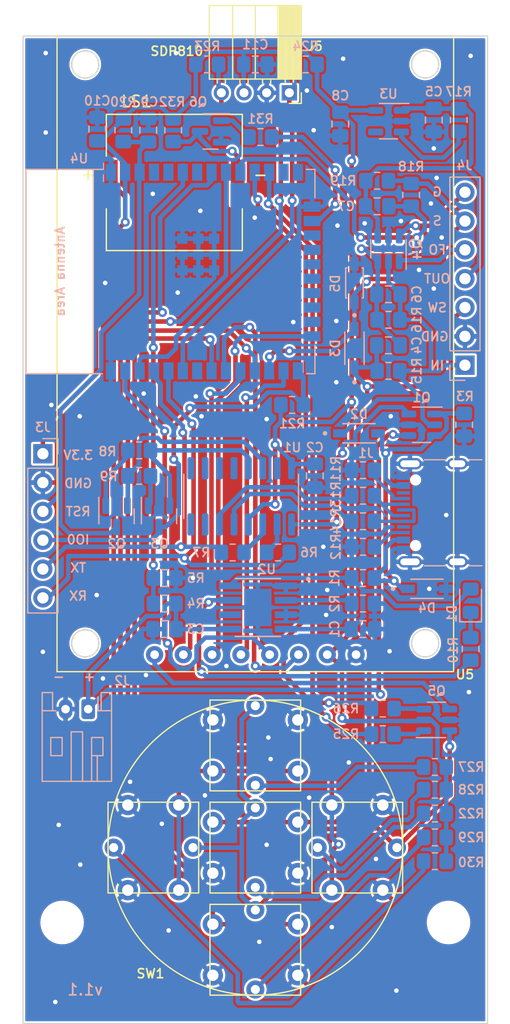
<source format=kicad_pcb>
(kicad_pcb (version 20221018) (generator pcbnew)
  (layers (0 "F.Cu" signal) (31 "B.Cu" signal) (34 "B.Paste" user) (35 "F.Paste" user) (36 "B.SilkS" user "B.Silkscreen") (37 "F.SilkS" user "F.Silkscreen") (38 "B.Mask" user) (39 "F.Mask" user) (44 "Edge.Cuts" user))
  (net 0 "")
  (net 1 "/VUSB")
  (net 2 "Net-(J1-CC1)")
  (net 3 "Net-(J1-CC2)")
  (net 5 "/ESP_EN")
  (net 7 "Net-(Q2-B)")
  (net 8 "Net-(U1-GND)")
  (net 9 "Net-(Q3-B)")
  (net 10 "Net-(Q3-E)")
  (net 11 "/VBAT+VUSB")
  (net 12 "GND")
  (net 13 "Net-(D1-A)")
  (net 14 "/VBAT")
  (net 15 "Net-(Q2-E)")
  (net 16 "Net-(J1-D+-PadA6)")
  (net 17 "Net-(J1-D--PadA7)")
  (net 18 "/SW_GATE")
  (net 19 "/3V3")
  (net 20 "/D+")
  (net 21 "/D-")
  (net 22 "Net-(U1-TXD)")
  (net 23 "Net-(U1-RXD)")
  (net 31 "Net-(U2-PROG)")
  (net 33 "Net-(U2-~{CHRG})")
  (net 34 "/VIN")
  (net 35 "/PWR_SW")
  (net 36 "/GPIO25")
  (net 37 "Net-(D1-K)")
  (net 38 "/GPIO16")
  (net 39 "/GPIO0")
  (net 40 "Net-(Q5-Pad1)")
  (net 41 "/KEYS_BL")
  (net 42 "/SCREEN_BL")
  (net 43 "/GPIO34")
  (net 44 "/ESP_RX")
  (net 45 "/ESP_TX")
  (net 46 "Net-(U3-EN)")
  (net 47 "/GPIO22")
  (net 48 "/GPIO21")
  (net 49 "/GPIO26")
  (net 50 "/GPIO27")
  (net 51 "/GPIO17")
  (net 52 "/GPIO19")
  (net 53 "/GPIO32")
  (net 54 "/GPIO33")
  (net 61 "Net-(Q6-C)")
  (net 63 "/GPIO2")
  (net 64 "/GPIO4")
  (net 65 "/GPIO5")
  (net 66 "/GPIO18")
  (net 67 "/GPIO23")
  (net 68 "Net-(Q5-Pad3)")
  (net 69 "Net-(SW1-LED_C)")
  (net 70 "Net-(SW1-LED_U)")
  (net 71 "Net-(SW1-LED_R)")
  (net 72 "Net-(SW1-LED_D)")
  (net 73 "Net-(SW1-LED_L)")
  (net 74 "Net-(Q6-B)")
  (net 75 "/GPIO13")
  (footprint "Connector_PinSocket_2.00mm:PinSocket_1x04_P2.00mm_Horizontal" (layer "F.Cu") (at 132.25 40 -90)
    (fp_text reference "J5")
    (fp_text value "Conn_01x04")
  )
  (footprint "footprints:SPKR_PKLCS1212E40A1-R1" (layer "F.Cu") (at 122.1 47.9)
    (fp_text reference "LS1")
    (fp_text value "PKLCS1212E40A1-R1")
  )
  (footprint "footprints:LCD_ST7735S_1.8" (layer "F.Cu") (at 138.14 89.5 90)
    (fp_text reference "U5")
    (fp_text value "LCD_ST7735S_1.8")
    (fp_circle (center 1 -23.9) (end 2.2 -23.9) (stroke (width 0.12)) (fill none) (layer "Edge.Cuts"))
    (fp_circle (center 1 6.1) (end 2.2 6.1) (stroke (width 0.12)) (fill none) (layer "Edge.Cuts"))
    (fp_circle (center 52 -23.9) (end 53.2 -23.9) (stroke (width 0.12)) (fill none) (layer "Edge.Cuts"))
    (fp_circle (center 52 6.1) (end 53.2 6.1) (stroke (width 0.12)) (fill none) (layer "Edge.Cuts"))
  )
  (footprint "footprints:SWITCH_5WAY_8x8" (layer "F.Cu") (at 129.25 106.5)
    (fp_text reference "SW1")
    (fp_text value "SWITCH_5WAY_8x8")
  )
  (footprint "Resistor_SMD:R_0805_2012Metric_Pad1.20x1.40mm_HandSolder" (layer "B.Cu") (at 131.25 80.5)
    (fp_text reference "R6")
    (fp_text value "2.4k")
  )
  (footprint "Resistor_SMD:R_0805_2012Metric_Pad1.20x1.40mm_HandSolder" (layer "B.Cu") (at 145.1 105.6 180)
    (fp_text reference "R29")
    (fp_text value "510")
  )
  (footprint "Resistor_SMD:R_0805_2012Metric_Pad1.20x1.40mm_HandSolder" (layer "B.Cu") (at 148.25 89 -90)
    (fp_text reference "R10")
    (fp_text value "2k")
  )
  (footprint "Resistor_SMD:R_0805_2012Metric_Pad1.20x1.40mm_HandSolder" (layer "B.Cu") (at 138.75 82.75)
    (fp_text reference "R1")
    (fp_text value "0.1")
  )
  (footprint "Resistor_SMD:R_0805_2012Metric_Pad1.20x1.40mm_HandSolder" (layer "B.Cu") (at 140.5 94.25)
    (fp_text reference "R26")
    (fp_text value "100")
  )
  (footprint "footprints:SOD3715X145N" (layer "B.Cu") (at 138 62.5 90)
    (fp_text reference "D3")
    (fp_text value "1N5819HW-7-F")
  )
  (footprint "Resistor_SMD:R_0805_2012Metric_Pad1.20x1.40mm_HandSolder" (layer "B.Cu") (at 132.5 67.5)
    (fp_text reference "R21")
    (fp_text value "10k")
  )
  (footprint "MountingHole:MountingHole_3.5mm" (layer "B.Cu") (at 146.3 113.1 180)
    (fp_text reference "H1" hide)
    (fp_text value "MountingHole")
  )
  (footprint "Resistor_SMD:R_0805_2012Metric_Pad1.20x1.40mm_HandSolder" (layer "B.Cu") (at 121.25 85 180)
    (fp_text reference "R4")
    (fp_text value "1M")
  )
  (footprint "Resistor_SMD:R_0805_2012Metric_Pad1.20x1.40mm_HandSolder" (layer "B.Cu") (at 140 47.75)
    (fp_text reference "R19")
    (fp_text value "10k")
  )
  (footprint "Connector_PinHeader_2.54mm:PinHeader_1x07_P2.54mm_Vertical" (layer "B.Cu") (at 147.75 64)
    (fp_text reference "J4")
    (fp_text value "Conn_01x07")
  )
  (footprint "Resistor_SMD:R_0805_2012Metric_Pad1.20x1.40mm_HandSolder" (layer "B.Cu") (at 145.1 107.7 180)
    (fp_text reference "R30")
    (fp_text value "510")
  )
  (footprint "Resistor_SMD:R_0805_2012Metric_Pad1.20x1.40mm_HandSolder" (layer "B.Cu") (at 138.75 85)
    (fp_text reference "R2")
    (fp_text value "2.4k")
  )
  (footprint "footprints:SOD3715X135N" (layer "B.Cu") (at 138 56.75 90)
    (fp_text reference "D5")
    (fp_text value "BZT52C3V3")
  )
  (footprint "Capacitor_SMD:C_0805_2012Metric_Pad1.18x1.45mm_HandSolder" (layer "B.Cu") (at 136.75 42.75 -90)
    (fp_text reference "C8")
    (fp_text value "10uF")
  )
  (footprint "footprints:ESP32-WROOM-32E" (layer "B.Cu") (at 123.51 55.75 -90)
    (fp_text reference "U4")
    (fp_text value "ESP32-WROOM-E")
  )
  (footprint "Resistor_SMD:R_0805_2012Metric_Pad1.20x1.40mm_HandSolder" (layer "B.Cu") (at 121.25 82.75)
    (fp_text reference "R5")
    (fp_text value "1M")
  )
  (footprint "Package_TO_SOT_SMD:SOT-23-6" (layer "B.Cu") (at 143.93 69.25 180)
    (fp_text reference "Q1")
    (fp_text value "SIL2308-TP")
  )
  (footprint "Package_TO_SOT_SMD:SOT-23-6" (layer "B.Cu") (at 141 53.75 90)
    (fp_text reference "Q4")
    (fp_text value "SIL2308-TP")
  )
  (footprint "Resistor_SMD:R_0805_2012Metric_Pad1.20x1.40mm_HandSolder" (layer "B.Cu") (at 125 37.5)
    (fp_text reference "R23")
    (fp_text value "2.2")
  )
  (footprint "Resistor_SMD:R_0805_2012Metric_Pad1.20x1.40mm_HandSolder" (layer "B.Cu") (at 145.1 99.4 180)
    (fp_text reference "R27")
    (fp_text value "510")
  )
  (footprint "Resistor_SMD:R_0805_2012Metric_Pad1.20x1.40mm_HandSolder" (layer "B.Cu") (at 147.2 42.4 -90)
    (fp_text reference "R17")
    (fp_text value "200k")
  )
  (footprint "Capacitor_SMD:C_0805_2012Metric_Pad1.18x1.45mm_HandSolder" (layer "B.Cu") (at 129.25 37.5 180)
    (fp_text reference "C11")
    (fp_text value "0.1uF")
  )
  (footprint "footprints:SOP127P600X175-9N" (layer "B.Cu") (at 129.475 85.345 180)
    (fp_text reference "U2")
    (fp_text value "TP4056")
  )
  (footprint "Capacitor_SMD:C_0805_2012Metric_Pad1.18x1.45mm_HandSolder" (layer "B.Cu") (at 140 50)
    (fp_text reference "C7")
    (fp_text value "22uF")
  )
  (footprint "Capacitor_SMD:C_0805_2012Metric_Pad1.18x1.45mm_HandSolder" (layer "B.Cu") (at 134.5 73.75 -90)
    (fp_text reference "C2")
    (fp_text value "0.1uF")
  )
  (footprint "Resistor_SMD:R_0805_2012Metric_Pad1.20x1.40mm_HandSolder" (layer "B.Cu") (at 145.1 101.4 180)
    (fp_text reference "R28")
    (fp_text value "510")
  )
  (footprint "Resistor_SMD:R_0805_2012Metric_Pad1.20x1.40mm_HandSolder" (layer "B.Cu") (at 147.68 69.25 -90)
    (fp_text reference "R3")
    (fp_text value "10k")
  )
  (footprint "Capacitor_SMD:C_0805_2012Metric_Pad1.18x1.45mm_HandSolder" (layer "B.Cu") (at 138.75 87.25)
    (fp_text reference "C1")
    (fp_text value "10uF")
  )
  (footprint "Package_TO_SOT_SMD:SOT-23" (layer "B.Cu") (at 125.3 43.4 180)
    (fp_text reference "Q6")
    (fp_text value "BC817")
  )
  (footprint "Connector_USB:USB_C_Receptacle_GCT_USB4105-xx-A_16P_TopMnt_Horizontal" (layer "B.Cu") (at 146 77 -90)
    (fp_text reference "J1")
    (fp_text value "USB_C_Receptacle_USB2.0")
  )
  (footprint "footprints:SOD3715X145N" (layer "B.Cu") (at 138.4 70)
    (fp_text reference "D2")
    (fp_text value "1N5819HW-7-F")
  )
  (footprint "Resistor_SMD:R_0805_2012Metric_Pad1.20x1.40mm_HandSolder" (layer "B.Cu") (at 133.7 37.5)
    (fp_text reference "R24")
    (fp_text value "2.2")
  )
  (footprint "Connector_PinHeader_2.54mm:PinHeader_1x06_P2.54mm_Vertical" (layer "B.Cu") (at 110.5 71.8 180)
    (fp_text reference "J3")
    (fp_text value "Conn_01x06")
  )
  (footprint "Resistor_SMD:R_0805_2012Metric_Pad1.20x1.40mm_HandSolder" (layer "B.Cu") (at 141 64.5 180)
    (fp_text reference "R15")
    (fp_text value "10k")
  )
  (footprint "Resistor_SMD:R_0805_2012Metric_Pad1.20x1.40mm_HandSolder" (layer "B.Cu") (at 143 49 90)
    (fp_text reference "R18")
    (fp_text value "300k")
  )
  (footprint "Package_TO_SOT_SMD:SOT-23" (layer "B.Cu") (at 120.75 77.3125 -90)
    (fp_text reference "Q3")
    (fp_text value "BC817")
  )
  (footprint "Resistor_SMD:R_0805_2012Metric_Pad1.20x1.40mm_HandSolder" (layer "B.Cu") (at 119 73.75)
    (fp_text reference "R9")
    (fp_text value "10k")
  )
  (footprint "Resistor_SMD:R_0805_2012Metric_Pad1.20x1.40mm_HandSolder" (layer "B.Cu") (at 138.75 80 180)
    (fp_text reference "R12")
    (fp_text value "5.1k")
  )
  (footprint "Package_SO:SOIC-16_3.9x9.9mm_P1.27mm" (layer "B.Cu") (at 128 75.553908 90)
    (fp_text reference "U1")
    (fp_text value "CH340C")
  )
  (footprint "Resistor_SMD:R_0805_2012Metric_Pad1.20x1.40mm_HandSolder" (layer "B.Cu") (at 127.25 80.5 180)
    (fp_text reference "R7")
    (fp_text value "2.4k")
  )
  (footprint "MountingHole:MountingHole_3.5mm" (layer "B.Cu") (at 112.2 113.1 180)
    (fp_text reference "H2" hide)
    (fp_text value "MountingHole")
  )
  (footprint "Package_TO_SOT_SMD:SOT-23-6" (layer "B.Cu") (at 145.25 95.25)
    (fp_text reference "Q5")
    (fp_text value "SIL2308-TP")
  )
  (footprint "Resistor_SMD:R_0805_2012Metric_Pad1.20x1.40mm_HandSolder" (layer "B.Cu") (at 117.6 43.3 -90)
    (fp_text reference "R20")
    (fp_text value "10k")
  )
  (footprint "Package_TO_SOT_SMD:SOT-23" (layer "B.Cu") (at 117 77.3125 -90)
    (fp_text reference "Q2")
    (fp_text value "BC817")
  )
  (footprint "Resistor_SMD:R_0805_2012Metric_Pad1.20x1.40mm_HandSolder" (layer "B.Cu") (at 140.5 96.5)
    (fp_text reference "R25")
    (fp_text value "100")
  )
  (footprint "Resistor_SMD:R_0805_2012Metric_Pad1.20x1.40mm_HandSolder" (layer "B.Cu") (at 122 43.3 90)
    (fp_text reference "R32")
    (fp_text value "1k")
  )
  (footprint "Resistor_SMD:R_0805_2012Metric_Pad1.20x1.40mm_HandSolder" (layer "B.Cu") (at 145.1 103.5 180)
    (fp_text reference "R22")
    (fp_text value "510")
  )
  (footprint "Capacitor_SMD:C_0805_2012Metric_Pad1.18x1.45mm_HandSolder" (layer "B.Cu") (at 115.3 43.2 -90)
    (fp_text reference "C10")
    (fp_text value "0.1uF")
  )
  (footprint "Package_TO_SOT_SMD:TSOT-23-5" (layer "B.Cu") (at 141 42.5 180)
    (fp_text reference "U3")
    (fp_text value "RT9080-33GJ5")
  )
  (footprint "Capacitor_SMD:C_0805_2012Metric_Pad1.18x1.45mm_HandSolder" (layer "B.Cu") (at 145 42.4 90)
    (fp_text reference "C5")
    (fp_text value "10uF")
  )
  (footprint "LED_SMD:LED_0805_2012Metric_Pad1.15x1.40mm_HandSolder" (layer "B.Cu") (at 148.25 84.75 90)
    (fp_text reference "D1")
    (fp_text value "LED")
  )
  (footprint "Capacitor_SMD:C_0805_2012Metric_Pad1.18x1.45mm_HandSolder" (layer "B.Cu") (at 141 62.25 180)
    (fp_text reference "C4")
    (fp_text value "0.1uF")
  )
  (footprint "Resistor_SMD:R_0805_2012Metric_Pad1.20x1.40mm_HandSolder" (layer "B.Cu") (at 138.75 77.75 180)
    (fp_text reference "R14")
    (fp_text value "33")
  )
  (footprint "Resistor_SMD:R_0805_2012Metric_Pad1.20x1.40mm_HandSolder" (layer "B.Cu") (at 141 60 180)
    (fp_text reference "R16")
    (fp_text value "100k")
  )
  (footprint "Capacitor_SMD:C_0805_2012Metric_Pad1.18x1.45mm_HandSolder" (layer "B.Cu") (at 141 57.75 180)
    (fp_text reference "C6")
    (fp_text value "0.1uF")
  )
  (footprint "Resistor_SMD:R_0805_2012Metric_Pad1.20x1.40mm_HandSolder" (layer "B.Cu") (at 129.7 43.9 180)
    (fp_text reference "R31")
    (fp_text value "1k")
  )
  (footprint "footprints:SOD3715X145N" (layer "B.Cu") (at 144.4 83.7)
    (fp_text reference "D4")
    (fp_text value "BZT52C6V2_RHG")
  )
  (footprint "Resistor_SMD:R_0805_2012Metric_Pad1.20x1.40mm_HandSolder" (layer "B.Cu") (at 119 71.5 180)
    (fp_text reference "R8")
    (fp_text value "10k")
  )
  (footprint "Resistor_SMD:R_0805_2012Metric_Pad1.20x1.40mm_HandSolder" (layer "B.Cu") (at 138.75 75.5 180)
    (fp_text reference "R13")
    (fp_text value "33")
  )
  (footprint "Capacitor_SMD:C_0805_2012Metric_Pad1.18x1.45mm_HandSolder" (layer "B.Cu") (at 121.25 87.25 180)
    (fp_text reference "C3")
    (fp_text value "10uF")
  )
  (footprint "Capacitor_SMD:C_0805_2012Metric_Pad1.18x1.45mm_HandSolder" (layer "B.Cu") (at 119.8 43.3 -90)
    (fp_text reference "C9")
    (fp_text value "10uF")
  )
  (footprint "Resistor_SMD:R_0805_2012Metric_Pad1.20x1.40mm_HandSolder" (layer "B.Cu") (at 138.75 73.25 180)
    (fp_text reference "R11")
    (fp_text value "5.1k")
  )
  (footprint "Connector_JST:JST_PH_S2B-PH-K_1x02_P2.00mm_Horizontal" (layer "B.Cu") (at 114.5 94.3 180)
    (fp_text reference "J2")
    (fp_text value "JST PH2")
  )
  (gr_rect (start 108.75 35) (end 149.75 122) (stroke (width 0.1)) (fill none) (layer "Edge.Cuts"))
  (gr_text "FO" (at 146.161905 54.3) (layer "B.SilkS") (effects (font (size 0.8 0.8) (thickness 0.15) bold) (justify left bottom mirror)))
  (gr_text "GND" (at 146.4 61.95) (layer "B.SilkS") (effects (font (size 0.8 0.8) (thickness 0.15) bold) (justify left bottom mirror)))
  (gr_text "-" (at 112.5 91.9) (layer "B.SilkS") (effects (font (size 0.8 0.8) (thickness 0.15) bold) (justify left bottom mirror)))
  (gr_text "TX" (at 114.4 82.32) (layer "B.SilkS") (effects (font (size 0.8 0.8) (thickness 0.15) bold) (justify left bottom mirror)))
  (gr_text "GND" (at 114.933333 74.88) (layer "B.SilkS") (effects (font (size 0.8 0.8) (thickness 0.15) bold) (justify left bottom mirror)))
  (gr_text "3.3V" (at 115.009523 72.4) (layer "B.SilkS") (effects (font (size 0.8 0.8) (thickness 0.15) bold) (justify left bottom mirror)))
  (gr_text "IO0" (at 114.704761 79.84) (layer "B.SilkS") (effects (font (size 0.8 0.8) (thickness 0.15) bold) (justify left bottom mirror)))
  (gr_text "G" (at 145.8 49.2) (layer "B.SilkS") (effects (font (size 0.8 0.8) (thickness 0.15) bold) (justify left bottom mirror)))
  (gr_text "v1.1" (at 115.9 119.6) (layer "B.SilkS") (effects (font (size 1 1) (thickness 0.15) bold) (justify left bottom mirror)))
  (gr_text "OUT" (at 146.542857 56.85) (layer "B.SilkS") (effects (font (size 0.8 0.8) (thickness 0.15) bold) (justify left bottom mirror)))
  (gr_text "RX" (at 114.495238 84.8) (layer "B.SilkS") (effects (font (size 0.8 0.8) (thickness 0.15) bold) (justify left bottom mirror)))
  (gr_text "S" (at 145.780953 51.75) (layer "B.SilkS") (effects (font (size 0.8 0.8) (thickness 0.15) bold) (justify left bottom mirror)))
  (gr_text "IN" (at 146.009524 64.5) (layer "B.SilkS") (effects (font (size 0.8 0.8) (thickness 0.15) bold) (justify left bottom mirror)))
  (gr_text "SW" (at 146.238096 59.4) (layer "B.SilkS") (effects (font (size 0.8 0.8) (thickness 0.15) bold) (justify left bottom mirror)))
  (gr_text "RST" (at 114.8 77.36) (layer "B.SilkS") (effects (font (size 0.8 0.8) (thickness 0.15) bold) (justify left bottom mirror)))
  (gr_text "+" (at 115.2 91.9) (layer "B.SilkS") (effects (font (size 0.8 0.8) (thickness 0.15) bold) (justify left bottom mirror)))
  (gr_text "SDP810" (at 119.9 36.8) (layer "F.SilkS") (effects (font (size 0.8 0.8) (thickness 0.15) bold) (justify left bottom)))
  (segment (start 140.75 82.25) (end 141.5 83) (width 0.4) (layer "F.Cu") (net 1))
  (segment (start 140.75 71.75) (end 140.75 82.25) (width 0.4) (layer "F.Cu") (net 1))
  (via (at 140.75 71.75) (size 0.8) (drill 0.4) (layers "F.Cu" "B.Cu") (net 1))
  (via (at 141.5 83) (size 0.8) (drill 0.4) (layers "F.Cu" "B.Cu") (net 1))
  (segment (start 140.75 74.005) (end 141.345 74.6) (width 0.4) (layer "B.Cu") (net 1))
  (segment (start 140 83) (end 139.75 82.75) (width 0.4) (layer "B.Cu") (net 1))
  (segment (start 145.0675 70.2) (end 145.557817 70.2) (width 0.4) (layer "B.Cu") (net 1))
  (segment (start 140.75 81.75) (end 139.75 82.75) (width 0.4) (layer "B.Cu") (net 1))
  (segment (start 145.557817 70.2) (end 146.13 69.627817) (width 0.4) (layer "B.Cu") (net 1))
  (segment (start 140.75 71.75) (end 141.1 71.4) (width 0.4) (layer "B.Cu") (net 1))
  (segment (start 140.75 80.095) (end 140.75 81.75) (width 0.4) (layer "B.Cu") (net 1))
  (segment (start 146.13 69.627817) (end 146.13 68.68) (width 0.4) (layer "B.Cu") (net 1))
  (segment (start 140.75 71.75) (end 140.75 74.005) (width 0.4) (layer "B.Cu") (net 1))
  (segment (start 140.75 71.75) (end 140.43 71.43) (width 0.4) (layer "B.Cu") (net 1))
  (segment (start 141.445 79.4) (end 140.75 80.095) (width 0.4) (layer "B.Cu") (net 1))
  (segment (start 141.345 74.6) (end 142.32 74.6) (width 0.4) (layer "B.Cu") (net 1))
  (segment (start 145.1175 70.25) (end 145.0675 70.2) (width 0.4) (layer "B.Cu") (net 1))
  (segment (start 141.5 83) (end 140 83) (width 0.4) (layer "B.Cu") (net 1))
  (segment (start 145.75 68.3) (end 145.0675 68.3) (width 0.4) (layer "B.Cu") (net 1))
  (segment (start 142.72 83.7) (end 142.2 83.7) (width 0.4) (layer "B.Cu") (net 1))
  (segment (start 140.43 71.43) (end 140.43 70) (width 0.4) (layer "B.Cu") (net 1))
  (segment (start 146.13 68.68) (end 145.75 68.3) (width 0.4) (layer "B.Cu") (net 1))
  (segment (start 142.2 83.7) (end 141.5 83) (width 0.4) (layer "B.Cu") (net 1))
  (segment (start 147.68 68.25) (end 145.1175 68.25) (width 0.4) (layer "B.Cu") (net 1))
  (segment (start 145.1175 68.25) (end 145.0675 68.3) (width 0.4) (layer "B.Cu") (net 1))
  (segment (start 142.32 79.4) (end 141.445 79.4) (width 0.4) (layer "B.Cu") (net 1))
  (segment (start 143.8675 71.4) (end 145.0675 70.2) (width 0.4) (layer "B.Cu") (net 1))
  (segment (start 141.1 71.4) (end 143.8675 71.4) (width 0.4) (layer "B.Cu") (net 1))
  (segment (start 142.32 75.75) (end 141.395 75.75) (width 0.3) (layer "B.Cu") (net 2))
  (segment (start 141.395 75.495) (end 139.75 73.85) (width 0.3) (layer "B.Cu") (net 2))
  (segment (start 141.395 75.75) (end 141.395 75.495) (width 0.3) (layer "B.Cu") (net 2))
  (segment (start 139.75 73.85) (end 139.75 73.5) (width 0.3) (layer "B.Cu") (net 2))
  (segment (start 141.25 78.75) (end 139.75 80.25) (width 0.3) (layer "B.Cu") (net 3))
  (segment (start 142.32 78.75) (end 141.25 78.75) (width 0.3) (layer "B.Cu") (net 3))
  (segment (start 112.8 78.8) (end 112.05 78.05) (width 0.4) (layer "B.Cu") (net 5))
  (segment (start 115.65 61.1) (end 115.65 64.342844) (width 0.4) (layer "B.Cu") (net 5))
  (segment (start 117 78.25) (end 116.45 78.8) (width 0.4) (layer "B.Cu") (net 5))
  (segment (start 115.65 64.342844) (end 112.05 67.942844) (width 0.4) (layer "B.Cu") (net 5))
  (segment (start 119.8 44.3375) (end 117.6375 44.3375) (width 0.4) (layer "B.Cu") (net 5))
  (segment (start 112.05 75.33) (end 110.5 76.88) (width 0.4) (layer "B.Cu") (net 5))
  (segment (start 117.6625 44.2375) (end 117.6 44.3) (width 0.4) (layer "B.Cu") (net 5))
  (segment (start 112.05 67.942844) (end 112.05 75.33) (width 0.4) (layer "B.Cu") (net 5))
  (segment (start 117.6375 44.3375) (end 117.6 44.3) (width 0.4) (layer "B.Cu") (net 5))
  (segment (start 112.05 78.05) (end 112.05 75.33) (width 0.4) (layer "B.Cu") (net 5))
  (segment (start 119.8 44.3375) (end 119.04 45.0975) (width 0.4) (layer "B.Cu") (net 5))
  (segment (start 119 47.04) (end 119 57.75) (width 0.4) (layer "B.Cu") (net 5))
  (segment (start 116.45 78.8) (end 112.8 78.8) (width 0.4) (layer "B.Cu") (net 5))
  (segment (start 119 57.75) (end 115.65 61.1) (width 0.4) (layer "B.Cu") (net 5))
  (segment (start 119.04 45.0975) (end 119.04 47) (width 0.4) (layer "B.Cu") (net 5))
  (segment (start 118 71.5) (end 118 72.030761) (width 0.4) (layer "B.Cu") (net 7))
  (segment (start 118 72.030761) (end 116.05 73.980761) (width 0.4) (layer "B.Cu") (net 7))
  (segment (start 116.05 73.980761) (end 116.05 76.375) (width 0.4) (layer "B.Cu") (net 7))
  (segment (start 136.434668 72.265832) (end 136.9505 71.75) (width 0.4) (layer "F.Cu") (net 8))
  (segment (start 136.434668 77.815332) (end 136.434668 72.265832) (width 0.4) (layer "F.Cu") (net 8))
  (via (at 136.9505 71.75) (size 0.8) (drill 0.4) (layers "F.Cu" "B.Cu") (net 8))
  (via (at 136.434668 77.815332) (size 0.8) (drill 0.4) (layers "F.Cu" "B.Cu") (net 8))
  (segment (start 136.221092 78.028908) (end 136.434668 77.815332) (width 0.4) (layer "B.Cu") (net 8))
  (segment (start 142.1925 67.7) (end 142.7925 68.3) (width 0.4) (layer "B.Cu") (net 8))
  (segment (start 140.3 67.7) (end 142.1925 67.7) (width 0.4) (layer "B.Cu") (net 8))
  (segment (start 136.9505 71.0495) (end 137.235 70.765) (width 0.4) (layer "B.Cu") (net 8))
  (segment (start 138.075 69.925) (end 140.3 67.7) (width 0.4) (layer "B.Cu") (net 8))
  (segment (start 137.235 70.765) (end 138.075 70.765) (width 0.4) (layer "B.Cu") (net 8))
  (segment (start 136.9505 71.75) (end 136.9505 71.0495) (width 0.4) (layer "B.Cu") (net 8))
  (segment (start 132.445 78.028908) (end 136.221092 78.028908) (width 0.4) (layer "B.Cu") (net 8))
  (segment (start 138.075 70.765) (end 138.075 69.925) (width 0.4) (layer "B.Cu") (net 8))
  (segment (start 120 76.175) (end 119.8 76.375) (width 0.4) (layer "B.Cu") (net 9))
  (segment (start 120 73.75) (end 120 76.175) (width 0.4) (layer "B.Cu") (net 9))
  (segment (start 121.7 73.7) (end 121.7 76.375) (width 0.4) (layer "B.Cu") (net 10))
  (segment (start 120 71.5) (end 128 71.5) (width 0.4) (layer "B.Cu") (net 10))
  (segment (start 128.635 72.135) (end 128.635 73.078908) (width 0.4) (layer "B.Cu") (net 10))
  (segment (start 128 71.5) (end 128.635 72.135) (width 0.4) (layer "B.Cu") (net 10))
  (segment (start 120 71.5) (end 120 72) (width 0.4) (layer "B.Cu") (net 10))
  (segment (start 120 72) (end 121.7 73.7) (width 0.4) (layer "B.Cu") (net 10))
  (segment (start 142 64.5) (end 144.75 64.5) (width 0.4) (layer "B.Cu") (net 11))
  (segment (start 143.75 60) (end 142 60) (width 0.4) (layer "B.Cu") (net 11))
  (segment (start 142.0375 59.9625) (end 142 60) (width 0.4) (layer "B.Cu") (net 11))
  (segment (start 141 54.8875) (end 141 56.7125) (width 0.4) (layer "B.Cu") (net 11))
  (segment (start 146 64) (end 147.75 64) (width 0.4) (layer "B.Cu") (net 11))
  (segment (start 141 56.7125) (end 142.0375 57.75) (width 0.4) (layer "B.Cu") (net 11))
  (segment (start 140.07 67) (end 144 67) (width 0.4) (layer "B.Cu") (net 11))
  (segment (start 144.577183 69.25) (end 145.0675 69.25) (width 0.4) (layer "B.Cu") (net 11))
  (segment (start 145.5 64.5) (end 146 64) (width 0.4) (layer "B.Cu") (net 11))
  (segment (start 137.07 70) (end 140.07 67) (width 0.4) (layer "B.Cu") (net 11))
  (segment (start 142 64.5) (end 142 65) (width 0.4) (layer "B.Cu") (net 11))
  (segment (start 144.005 67.6) (end 144.005 68.677817) (width 0.4) (layer "B.Cu") (net 11))
  (segment (start 144.005 68.677817) (end 144.577183 69.25) (width 0.4) (layer "B.Cu") (net 11))
  (segment (start 142 65) (end 144.005 67.005) (width 0.4) (layer "B.Cu") (net 11))
  (segment (start 144.005 67.005) (end 144.005 67.6) (width 0.4) (layer "B.Cu") (net 11))
  (segment (start 142 64.5) (end 145.5 64.5) (width 0.4) (layer "B.Cu") (net 11))
  (segment (start 142.0375 57.75) (end 142.0375 59.9625) (width 0.4) (layer "B.Cu") (net 11))
  (segment (start 144 67) (end 144.005 67.005) (width 0.4) (layer "B.Cu") (net 11))
  (segment (start 144.75 64.5) (end 144.75 61) (width 0.4) (layer "B.Cu") (net 11))
  (segment (start 144.75 61) (end 143.75 60) (width 0.4) (layer "B.Cu") (net 11))
  (via (at 113.75 68.5) (size 0.8) (drill 0.4) (layers "F.Cu" "B.Cu") (net 12))
  (via (at 136.4 65.5) (size 0.8) (drill 0.4) (layers "F.Cu" "B.Cu") (net 12))
  (via (at 138.9 51.5) (size 0.8) (drill 0.4) (layers "F.Cu" "B.Cu") (net 12))
  (via (at 123.75 82.75) (size 0.8) (drill 0.4) (layers "F.Cu" "B.Cu") (net 12))
  (via (at 130.25 106.25) (size 0.8) (drill 0.4) (layers "F.Cu" "B.Cu") (net 12))
  (via (at 115.8 91.6) (size 0.8) (drill 0.4) (layers "F.Cu" "B.Cu") (net 12))
  (via (at 111.25 67.5) (size 0.8) (drill 0.4) (layers "F.Cu" "B.Cu") (net 12))
  (via (at 144.6 83.7) (size 0.8) (drill 0.4) (layers "F.Cu" "B.Cu") (net 12))
  (via (at 143.7 55.6) (size 0.8) (drill 0.4) (layers "F.Cu" "B.Cu") (net 12))
  (via (at 124.8 101.9) (size 0.8) (drill 0.4) (layers "F.Cu" "B.Cu") (net 12))
  (via (at 119.6 91.3) (size 0.8) (drill 0.4) (layers "F.Cu" "B.Cu") (net 12))
  (via (at 122.25 36.5) (size 0.8) (drill 0.4) (layers "F.Cu" "B.Cu") (net 12))
  (via (at 130.6 98.7) (size 0.8) (drill 0.4) (layers "F.Cu" "B.Cu") (net 12))
  (via (at 132.6 60.2) (size 0.8) (drill 0.4) (layers "F.Cu" "B.Cu") (net 12))
  (via (at 141.7 119.1) (size 0.8) (drill 0.4) (layers "F.Cu" "B.Cu") (net 12))
  (via (at 144.75 49.75) (size 0.8) (drill 0.4) (layers "F.Cu" "B.Cu") (net 12))
  (via (at 135.5 86) (size 0.8) (drill 0.4) (layers "F.Cu" "B.Cu") (net 12))
  (via (at 121.6 113.8) (size 0.8) (drill 0.4) (layers "F.Cu" "B.Cu") (net 12))
  (via (at 110.75 36.5) (size 0.8) (drill 0.4) (layers "F.Cu" "B.Cu") (net 12))
  (via (at 135.25 80) (size 0.8) (drill 0.4) (layers "F.Cu" "B.Cu") (net 12))
  (via (at 111.9 104.5) (size 0.8) (drill 0.4) (layers "F.Cu" "B.Cu") (net 12))
  (via (at 137.5 99) (size 0.8) (drill 0.4) (layers "F.Cu" "B.Cu") (net 12))
  (via (at 129.2 51) (size 0.8) (drill 0.4) (layers "F.Cu" "B.Cu") (net 12))
  (via (at 124.5 68.5) (size 0.8) (drill 0.4) (layers "F.Cu" "B.Cu") (net 12))
  (via (at 115.25 84.25) (size 0.8) (drill 0.4) (layers "F.Cu" "B.Cu") (net 12))
  (via (at 137 37) (size 0.8) (drill 0.4) (layers "F.Cu" "B.Cu") (net 12))
  (via (at 130.25 68.75) (size 0.8) (drill 0.4) (layers "F.Cu" "B.Cu") (net 12))
  (via (at 118.2 100.7) (size 0.8) (drill 0.4) (layers "F.Cu" "B.Cu") (net 12))
  (via (at 124.4 50.4) (size 0.8) (drill 0.4) (layers "F.Cu" "B.Cu") (net 12))
  (via (at 110.5 89.25) (size 0.8) (drill 0.4) (layers "F.Cu" "B.Cu") (net 12))
  (via (at 135.6 83.8) (size 0.8) (drill 0.4) (layers "F.Cu" "B.Cu") (net 12))
  (via (at 146.1 77.2) (size 0.8) (drill 0.4) (layers "F.Cu" "B.Cu") (net 12))
  (via (at 111.6 120.1) (size 0.8) (drill 0.4) (layers "F.Cu" "B.Cu") (net 12))
  (via (at 136.4 60.1) (size 0.8) (drill 0.4) (layers "F.Cu" "B.Cu") (net 12))
  (via (at 139.9 107.5) (size 0.8) (drill 0.4) (layers "F.Cu" "B.Cu") (net 12))
  (via (at 134 102.1) (size 0.8) (drill 0.4) (layers "F.Cu" "B.Cu") (net 12))
  (via (at 145.25 47.5) (size 0.8) (drill 0.4) (layers "F.Cu" "B.Cu") (net 12))
  (via (at 145 44.9) (size 0.8) (drill 0.4) (layers "F.Cu" "B.Cu") (net 12))
  (via (at 133.8 39.8) (size 0.8) (drill 0.4) (layers "F.Cu" "B.Cu") (net 12))
  (via (at 120.2 48.9) (size 0.8) (drill 0.4) (layers "F.Cu" "B.Cu") (net 12))
  (via (at 124 66.75) (size 0.8) (drill 0.4) (layers "F.Cu" "B.Cu") (net 12))
  (via (at 141.2 68.4995) (size 0.8) (drill 0.4) (layers "F.Cu" "B.Cu") (net 12))
  (via (at 148.25 36.75) (size 0.8) (drill 0.4) (layers "F.Cu" "B.Cu") (net 12))
  (via (at 136 113.5) (size 0.8) (drill 0.4) (layers "F.Cu" "B.Cu") (net 12))
  (via (at 126.7 90.5) (size 0.8) (drill 0.4) (layers "F.Cu" "B.Cu") (net 12))
  (via (at 129.6 114.8) (size 0.8) (drill 0.4) (layers "F.Cu" "B.Cu") (net 12))
  (via (at 122.4 57.6) (size 0.8) (drill 0.4) (layers "F.Cu" "B.Cu") (net 12))
  (via (at 145 57.25) (size 0.8) (drill 0.4) (layers "F.Cu" "B.Cu") (net 12))
  (via (at 130.4 96.8) (size 0.8) (drill 0.4) (layers "F.Cu" "B.Cu") (net 12))
  (via (at 116 56.75) (size 0.8) (drill 0.4) (layers "F.Cu" "B.Cu") (net 12))
  (via (at 121 104.4) (size 0.8) (drill 0.4) (layers "F.Cu" "B.Cu") (net 12))
  (via (at 141.1 89.2) (size 0.8) (drill 0.4) (layers "F.Cu" "B.Cu") (net 12))
  (via (at 110.75 43.5) (size 0.8) (drill 0.4) (layers "F.Cu" "B.Cu") (net 12))
  (via (at 148.1 92.8) (size 0.8) (drill 0.4) (layers "F.Cu" "B.Cu") (net 12))
  (via (at 142.1 51.3) (size 0.8) (drill 0.4) (layers "F.Cu" "B.Cu") (net 12))
  (via (at 113.8 108) (size 0.8) (drill 0.4) (layers "F.Cu" "B.Cu") (net 12))
  (via (at 119.4 66.5) (size 0.8) (drill 0.4) (layers "F.Cu" "B.Cu") (net 12))
  (via (at 145.7 52.75) (size 0.8) (drill 0.4) (layers "F.Cu" "B.Cu") (net 12))
  (via (at 136.5 51.7) (size 0.8) (drill 0.4) (layers "F.Cu" "B.Cu") (net 12))
  (via (at 134.4 43.3) (size 0.8) (drill 0.4) (layers "F.Cu" "B.Cu") (net 12))
  (segment (start 124.22 54.25) (end 125.62 54.25) (width 0.4) (layer "B.Cu") (net 12))
  (segment (start 125.62 55.65) (end 125.62 54.25) (width 0.4) (layer "B.Cu") (net 12))
  (segment (start 124.22 55.65) (end 125.62 55.65) (width 0.4) (layer "B.Cu") (net 12))
  (segment (start 124.22 55.65) (end 124.22 54.25) (width 0.4) (layer "B.Cu") (net 12))
  (segment (start 125.62 54.25) (end 125.62 52.85) (width 0.4) (layer "B.Cu") (net 12))
  (segment (start 122.82 55.65) (end 124.22 55.65) (width 0.4) (layer "B.Cu") (net 12))
  (segment (start 122.82 54.25) (end 124.22 54.25) (width 0.4) (layer "B.Cu") (net 12))
  (segment (start 124.22 52.85) (end 122.82 52.85) (width 0.4) (layer "B.Cu") (net 12))
  (segment (start 124.22 52.85) (end 124.22 54.25) (width 0.4) (layer "B.Cu") (net 12))
  (segment (start 122.82 54.25) (end 122.82 55.65) (width 0.4) (layer "B.Cu") (net 12))
  (segment (start 125.62 52.85) (end 124.22 52.85) (width 0.4) (layer "B.Cu") (net 12))
  (segment (start 137.71 82.79) (end 137.75 82.75) (width 0.3) (layer "B.Cu") (net 13))
  (segment (start 138.75 83.75) (end 138.75 86.2125) (width 0.4) (layer "B.Cu") (net 13))
  (segment (start 140.369239 83.9) (end 138.9 83.9) (width 0.4) (layer "B.Cu") (net 13))
  (segment (start 138.9 83.9) (end 137.75 82.75) (width 0.4) (layer "B.Cu") (net 13))
  (segment (start 137.75 82.75) (end 138.75 83.75) (width 0.4) (layer "B.Cu") (net 13))
  (segment (start 141.669239 85.2) (end 140.369239 83.9) (width 0.4) (layer "B.Cu") (net 13))
  (segment (start 148.25 83.725) (end 146.775 85.2) (width 0.4) (layer "B.Cu") (net 13))
  (segment (start 137.7125 87.25) (end 131.95 87.25) (width 0.4) (layer "B.Cu") (net 13))
  (segment (start 127.7 82.74) (end 137.74 82.74) (width 0.4) (layer "B.Cu") (net 13))
  (segment (start 127 83.44) (end 127.7 82.74) (width 0.4) (layer "B.Cu") (net 13))
  (segment (start 138.75 86.2125) (end 137.7125 87.25) (width 0.4) (layer "B.Cu") (net 13))
  (segment (start 137.74 82.74) (end 137.75 82.75) (width 0.4) (layer "B.Cu") (net 13))
  (segment (start 146.775 85.2) (end 141.669239 85.2) (width 0.4) (layer "B.Cu") (net 13))
  (segment (start 138.8625 86.1) (end 137.7125 87.25) (width 0.4) (layer "B.Cu") (net 13))
  (segment (start 141.4 70.1005) (end 141.018129 70.1005) (width 0.4) (layer "F.Cu") (net 14))
  (segment (start 139.95 72.081371) (end 140.15 72.281371) (width 0.4) (layer "F.Cu") (net 14))
  (segment (start 140.15 72.281371) (end 140.15 92.85) (width 0.4) (layer "F.Cu") (net 14))
  (segment (start 141.018129 70.1005) (end 139.95 71.168629) (width 0.4) (layer "F.Cu") (net 14))
  (segment (start 140.15 92.85) (end 140.3 93) (width 0.4) (layer "F.Cu") (net 14))
  (segment (start 139.95 71.168629) (end 139.95 72.081371) (width 0.4) (layer "F.Cu") (net 14))
  (via (at 140.3 93) (size 0.8) (drill 0.4) (layers "F.Cu" "B.Cu") (net 14))
  (via (at 141.4 70.1005) (size 0.8) (drill 0.4) (layers "F.Cu" "B.Cu") (net 14))
  (segment (start 119.630761 86.1) (end 120.869239 86.1) (width 0.4) (layer "B.Cu") (net 14))
  (segment (start 121.25 85.25) (end 121.5 85) (width 0.4) (layer "B.Cu") (net 14))
  (segment (start 141.4 70.1005) (end 141.4995 70.2) (width 0.4) (layer "B.Cu") (net 14))
  (segment (start 116.2 92.6) (end 114.5 94.3) (width 0.4) (layer "B.Cu") (net 14))
  (segment (start 139.9 92.6) (end 116.2 92.6) (width 0.4) (layer "B.Cu") (net 14))
  (segment (start 122.25 87.2125) (end 122.2875 87.25) (width 0.4) (layer "B.Cu") (net 14))
  (segment (start 121.25 85.719239) (end 121.25 85.25) (width 0.4) (layer "B.Cu") (net 14))
  (segment (start 121.5 85) (end 122.25 85) (width 0.4) (layer "B.Cu") (net 14))
  (segment (start 127 87.25) (end 122.2875 87.25) (width 0.4) (layer "B.Cu") (net 14))
  (segment (start 141.4995 70.2) (end 142.7925 70.2) (width 0.4) (layer "B.Cu") (net 14))
  (segment (start 114.5 94.3) (end 114.5 91.230761) (width 0.4) (layer "B.Cu") (net 14))
  (segment (start 120.869239 86.1) (end 121.25 85.719239) (width 0.4) (layer "B.Cu") (net 14))
  (segment (start 114.5 91.230761) (end 119.630761 86.1) (width 0.4) (layer "B.Cu") (net 14))
  (segment (start 122.25 85) (end 122.25 87.2125) (width 0.4) (layer "B.Cu") (net 14))
  (segment (start 140.3 93) (end 139.9 92.6) (width 0.4) (layer "B.Cu") (net 14))
  (segment (start 120.619239 70.4) (end 120.969239 70.75) (width 0.4) (layer "B.Cu") (net 15))
  (segment (start 118 73.75) (end 119 72.75) (width 0.4) (layer "B.Cu") (net 15))
  (segment (start 119 72.75) (end 119 70.75) (width 0.4) (layer "B.Cu") (net 15))
  (segment (start 120.969239 70.75) (end 128.25 70.75) (width 0.4) (layer "B.Cu") (net 15))
  (segment (start 118 73.75) (end 118 76.325) (width 0.4) (layer "B.Cu") (net 15))
  (segment (start 128.25 70.75) (end 129.905 72.405) (width 0.4) (layer "B.Cu") (net 15))
  (segment (start 119 70.75) (end 119.35 70.4) (width 0.4) (layer "B.Cu") (net 15))
  (segment (start 119.35 70.4) (end 120.619239 70.4) (width 0.4) (layer "B.Cu") (net 15))
  (segment (start 118 76.325) (end 117.95 76.375) (width 0.4) (layer "B.Cu") (net 15))
  (segment (start 129.905 72.405) (end 129.905 73.078908) (width 0.4) (layer "B.Cu") (net 15))
  (segment (start 143.245 76.75) (end 143.25 76.755) (width 0.3) (layer "B.Cu") (net 16))
  (segment (start 143.25 76.755) (end 143.25 77.745) (width 0.3) (layer "B.Cu") (net 16))
  (segment (start 143.25 77.745) (end 143.245 77.75) (width 0.3) (layer "B.Cu") (net 16))
  (segment (start 142.32 77.75) (end 139.75 77.75) (width 0.3) (layer "B.Cu") (net 16))
  (segment (start 143.245 77.75) (end 142.32 77.75) (width 0.3) (layer "B.Cu") (net 16))
  (segment (start 140 77.75) (end 139.75 78) (width 0.3) (layer "B.Cu") (net 16))
  (segment (start 142.32 76.75) (end 143.245 76.75) (width 0.3) (layer "B.Cu") (net 16))
  (segment (start 142.32 76.25) (end 140.5 76.25) (width 0.3) (layer "B.Cu") (net 17))
  (segment (start 140.5 76.25) (end 139.75 75.5) (width 0.3) (layer "B.Cu") (net 17))
  (segment (start 142.32 77.25) (end 141.395 77.25) (width 0.3) (layer "B.Cu") (net 17))
  (segment (start 139.75 75.605) (end 139.75 75.5) (width 0.3) (layer "B.Cu") (net 17))
  (segment (start 141.395 77.25) (end 139.75 75.605) (width 0.3) (layer "B.Cu") (net 17))
  (segment (start 144.3 52.418629) (end 144.3 53.1) (width 0.4) (layer "F.Cu") (net 18))
  (segment (start 143.4005 51.715332) (end 143.596703 51.715332) (width 0.4) (layer "F.Cu") (net 18))
  (segment (start 144.3 53.1) (end 143.65258 53.74742) (width 0.4) (layer "F.Cu") (net 18))
  (segment (start 143.596703 51.715332) (end 144.3 52.418629) (width 0.4) (layer "F.Cu") (net 18))
  (segment (start 143.4005 51.715332) (end 144.794668 51.715332) (width 0.4) (layer "F.Cu") (net 18))
  (segment (start 143.65258 53.74742) (end 138.613994 53.74742) (width 0.4) (layer "F.Cu") (net 18))
  (segment (start 144.794668 51.715332) (end 147.75 48.76) (width 0.4) (layer "F.Cu") (net 18))
  (via (at 138.613994 53.74742) (size 0.8) (drill 0.4) (layers "F.Cu" "B.Cu") (net 18))
  (via (at 143.4005 51.715332) (size 0.8) (drill 0.4) (layers "F.Cu" "B.Cu") (net 18))
  (segment (start 143.4005 51.715332) (end 142.847168 51.715332) (width 0.4) (layer "B.Cu") (net 18))
  (segment (start 140 60) (end 140 60.2125) (width 0.4) (layer "B.Cu") (net 18))
  (segment (start 139.9625 57.75) (end 139.9625 59.9625) (width 0.4) (layer "B.Cu") (net 18))
  (segment (start 138.90992 53.74742) (end 140.05 54.8875) (width 0.4) (layer "B.Cu") (net 18))
  (segment (start 138.613994 53.74742) (end 138.90992 53.74742) (width 0.4) (layer "B.Cu") (net 18))
  (segment (start 140.05 57.6625) (end 139.9625 57.75) (width 0.4) (layer "B.Cu") (net 18))
  (segment (start 140 60.2125) (end 142.0375 62.25) (width 0.4) (layer "B.Cu") (net 18))
  (segment (start 140.05 54.8875) (end 140.05 57.6625) (width 0.4) (layer "B.Cu") (net 18))
  (segment (start 139.9625 59.9625) (end 140 60) (width 0.4) (layer "B.Cu") (net 18))
  (segment (start 142.847168 51.715332) (end 141.95 52.6125) (width 0.4) (layer "B.Cu") (net 18))
  (segment (start 135.75 89.5) (end 135.6 89.5) (width 0.4) (layer "F.Cu") (net 19))
  (segment (start 117.77 51.4) (end 117.77 49.17) (width 0.4) (layer "F.Cu") (net 19))
  (segment (start 117.77 49.17) (end 116.5 47.9) (width 0.4) (layer "F.Cu") (net 19))
  (segment (start 137.75 46) (end 137.75 66.75) (width 0.4) (layer "F.Cu") (net 19))
  (segment (start 110.5 69.5) (end 110.5 71.8) (width 0.4) (layer "F.Cu") (net 19))
  (segment (start 115.2 64.8) (end 110.5 69.5) (width 0.4) (layer "F.Cu") (net 19))
  (segment (start 136.9 95.1) (end 136.9 90.65) (width 0.4) (layer "F.Cu") (net 19))
  (segment (start 137.75 66.75) (end 137.75 67.25) (width 0.4) (layer "F.Cu") (net 19))
  (segment (start 131 76.25) (end 131 71) (width 0.4) (layer "F.Cu") (net 19))
  (segment (start 137.75 67.25) (end 137.75 87.5) (width 0.4) (layer "F.Cu") (net 19))
  (segment (start 137.75 87.5) (end 135.75 89.5) (width 0.4) (layer "F.Cu") (net 19))
  (segment (start 117.77 51.4) (end 115.2 53.97) (width 0.4) (layer "F.Cu") (net 19))
  (segment (start 136.9 90.65) (end 135.75 89.5) (width 0.4) (layer "F.Cu") (net 19))
  (segment (start 115.2 53.97) (end 115.2 64.8) (width 0.4) (layer "F.Cu") (net 19))
  (via (at 131 76.25) (size 0.8) (drill 0.4) (layers "F.Cu" "B.Cu") (net 19))
  (via (at 131 71) (size 0.8) (drill 0.4) (layers "F.Cu" "B.Cu") (net 19))
  (via (at 137.75 46) (size 0.8) (drill 0.4) (layers "F.Cu" "B.Cu") (net 19))
  (via (at 117.77 51.4) (size 0.8) (drill 0.4) (layers "F.Cu" "B.Cu") (net 19))
  (via (at 136.9 95.1) (size 0.8) (drill 0.4) (layers "F.Cu" "B.Cu") (net 19))
  (via (at 137.75 67.25) (size 0.8) (drill 0.4) (layers "F.Cu" "B.Cu") (net 19))
  (segment (start 117.77 51.4) (end 117.77 47) (width 0.4) (layer "B.Cu") (net 19))
  (segment (start 144.0125 95.35) (end 144.1125 95.25) (width 0.4) (layer "B.Cu") (net 19))
  (segment (start 132.811408 72.7125) (end 132.445 73.078908) (width 0.4) (layer "B.Cu") (net 19))
  (segment (start 146.1 103.5) (end 146.1 105.6) (width 0.4) (layer "B.Cu") (net 19))
  (segment (start 124 40.3) (end 122 42.3) (width 0.4) (layer "B.Cu") (net 19))
  (segment (start 128.2125 39.9625) (end 128.25 40) (width 0.4) (layer "B.Cu") (net 19))
  (segment (start 131.5 69) (end 131 69.5) (width 0.4) (layer "B.Cu") (net 19))
  (segment (start 144.752817 95.25) (end 145.325 95.822183) (width 0.4) (layer "B.Cu") (net 19))
  (segment (start 118.625 41.275) (end 117.6 42.3) (width 0.4) (layer "B.Cu") (net 19))
  (segment (start 136.9 95.1) (end 137.15 95.35) (width 0.4) (layer "B.Cu") (net 19))
  (segment (start 146.1 99.4) (end 146.1 101.4) (width 0.4) (layer "B.Cu") (net 19))
  (segment (start 115.6625 44.2375) (end 117.6 42.3) (width 0.4) (layer "B.Cu") (net 19))
  (segment (start 137.875 45.875) (end 137.875 42.8375) (width 0.4) (layer "B.Cu") (net 19))
  (segment (start 128.2125 37.5) (end 128.2125 39.9625) (width 0.4) (layer "B.Cu") (net 19))
  (segment (start 137.75 67.25) (end 136 69) (width 0.4) (layer "B.Cu") (net 19))
  (segment (start 131 76.25) (end 129.931091 76.25) (width 0.4) (layer "B.Cu") (net 19))
  (segment (start 128.2125 37.5) (end 128.2125 36.3875) (width 0.4) (layer "B.Cu") (net 19))
  (segment (start 115.3 44.2375) (end 115.6625 44.2375) (width 0.4) (layer "B.Cu") (net 19))
  (segment (start 132.445 72.445) (end 132.445 73.078908) (width 0.4) (layer "B.Cu") (net 19))
  (segment (start 128.2125 36.3875) (end 128.2 36.375) (width 0.4) (layer "B.Cu") (net 19))
  (segment (start 115.3 44.2375) (end 115.7375 44.2375) (width 0.4) (layer "B.Cu") (net 19))
  (segment (start 145.325 95.822183) (end 145.325 98.625) (width 0.4) (layer "B.Cu") (net 19))
  (segment (start 136.75 41.7125) (end 134.7 39.6625) (width 0.4) (layer "B.Cu") (net 19))
  (segment (start 124 37.5) (end 124 40.3) (width 0.4) (layer "B.Cu") (net 19))
  (segment (start 137.75 46) (end 137.875 45.875) (width 0.4) (layer "B.Cu") (net 19))
  (segment (start 129.931091 76.25) (end 128.635 77.546091) (width 0.4) (layer "B.Cu") (net 19))
  (segment (start 145.325 98.625) (end 146.1 99.4) (width 0.4) (layer "B.Cu") (net 19))
  (segment (start 122 42.3) (end 120.975 41.275) (width 0.4) (layer "B.Cu") (net 19))
  (segment (start 120.975 41.275) (end 118.625 41.275) (width 0.4) (layer "B.Cu") (net 19))
  (segment (start 144.1125 95.25) (end 144.752817 95.25) (width 0.4) (layer "B.Cu") (net 19))
  (segment (start 133.575 36.375) (end 134.7 37.5) (width 0.4) (layer "B.Cu") (net 19))
  (segment (start 137.875 42.8375) (end 136.75 41.7125) (width 0.4) (layer "B.Cu") (net 19))
  (segment (start 134.7 39.6625) (end 134.7 37.5) (width 0.4) (layer "B.Cu") (net 19))
  (segment (start 131 71) (end 132.445 72.445) (width 0.4) (layer "B.Cu") (net 19))
  (segment (start 128.635 77.546091) (end 128.635 78.028908) (width 0.4) (layer "B.Cu") (net 19))
  (segment (start 131.5 67.5) (end 131.5 69) (width 0.4) (layer "B.Cu") (net 19))
  (segment (start 124 37.5) (end 125.125 36.375) (width 0.4) (layer "B.Cu") (net 19))
  (segment (start 125.125 36.375) (end 128.2 36.375) (width 0.4) (layer "B.Cu") (net 19))
  (segment (start 137.15 95.35) (end 144.0125 95.35) (width 0.4) (layer "B.Cu") (net 19))
  (segment (start 128.2 36.375) (end 133.575 36.375) (width 0.4) (layer "B.Cu") (net 19))
  (segment (start 134.5 72.7125) (end 132.811408 72.7125) (width 0.4) (layer "B.Cu") (net 19))
  (segment (start 139.29 41.55) (end 136.9125 41.55) (width 0.4) (layer "B.Cu") (net 19))
  (segment (start 115.7375 44.2375) (end 117.77 46.27) (width 0.4) (layer "B.Cu") (net 19))
  (segment (start 118 46.77) (end 117.77 47) (width 0.4) (layer "B.Cu") (net 19))
  (segment (start 131 69.5) (end 131 71) (width 0.4) (layer "B.Cu") (net 19))
  (segment (start 136.9125 41.55) (end 136.75 41.7125) (width 0.4) (layer "B.Cu") (net 19))
  (segment (start 146.1 101.4) (end 146.1 103.5) (width 0.4) (layer "B.Cu") (net 19))
  (segment (start 117.77 46.27) (end 117.77 47) (width 0.4) (layer "B.Cu") (net 19))
  (segment (start 136 69) (end 131.5 69) (width 0.4) (layer "B.Cu") (net 19))
  (segment (start 146.1 105.6) (end 146.1 107.7) (width 0.4) (layer "B.Cu") (net 19))
  (segment (start 128.74 75.35) (end 127.365 76.725) (width 0.4) (layer "B.Cu") (net 20))
  (segment (start 132.482233 75.35) (end 128.74 75.35) (width 0.4) (layer "B.Cu") (net 20))
  (segment (start 133.507233 76.375) (end 132.482233 75.35) (width 0.4) (layer "B.Cu") (net 20))
  (segment (start 127.365 76.725) (end 127.365 78.028908) (width 0.4) (layer "B.Cu") (net 20))
  (segment (start 137.75 78) (end 136.125 76.375) (width 0.4) (layer "B.Cu") (net 20))
  (segment (start 136.125 76.375) (end 133.507233 76.375) (width 0.4) (layer "B.Cu") (net 20))
  (segment (start 137.75 75.75) (end 137.725 75.775) (width 0.4) (layer "B.Cu") (net 21))
  (segment (start 133.755761 75.775) (end 132.730761 74.75) (width 0.4) (layer "B.Cu") (net 21))
  (segment (start 128.491472 74.75) (end 126.095 77.146472) (width 0.4) (layer "B.Cu") (net 21))
  (segment (start 132.730761 74.75) (end 128.491472 74.75) (width 0.4) (layer "B.Cu") (net 21))
  (segment (start 126.095 77.146472) (end 126.095 78.028908) (width 0.4) (layer "B.Cu") (net 21))
  (segment (start 137.725 75.775) (end 133.755761 75.775) (width 0.4) (layer "B.Cu") (net 21))
  (segment (start 130.25 80.5) (end 131.175 79.575) (width 0.4) (layer "B.Cu") (net 22))
  (segment (start 131.175 79.575) (end 131.175 78.028908) (width 0.4) (layer "B.Cu") (net 22))
  (segment (start 129.905 78.845) (end 129.905 78.028908) (width 0.4) (layer "B.Cu") (net 23))
  (segment (start 128.25 80.5) (end 129.905 78.845) (width 0.4) (layer "B.Cu") (net 23))
  (segment (start 131.95 84.71) (end 137.46 84.71) (width 0.4) (layer "B.Cu") (net 31))
  (segment (start 137.46 84.71) (end 137.75 85) (width 0.4) (layer "B.Cu") (net 31))
  (segment (start 124.278 90.778) (end 124.5 91) (width 0.4) (layer "F.Cu") (net 33))
  (segment (start 125.127832 84.877832) (end 124.278 85.727664) (width 0.4) (layer "F.Cu") (net 33))
  (segment (start 124.278 85.727664) (end 124.278 90.778) (width 0.4) (layer "F.Cu") (net 33))
  (via (at 125.127832 84.877832) (size 0.8) (drill 0.4) (layers "F.Cu" "B.Cu") (net 33))
  (via (at 124.5 91) (size 0.8) (drill 0.4) (layers "F.Cu" "B.Cu") (net 33))
  (segment (start 125.295664 84.71) (end 125.127832 84.877832) (width 0.4) (layer "B.Cu") (net 33))
  (segment (start 124.9 91.4) (end 124.5 91) (width 0.4) (layer "B.Cu") (net 33))
  (segment (start 127 84.71) (end 125.295664 84.71) (width 0.4) (layer "B.Cu") (net 33))
  (segment (start 146.85 91.4) (end 124.9 91.4) (width 0.4) (layer "B.Cu") (net 33))
  (segment (start 148.25 90) (end 146.85 91.4) (width 0.4) (layer "B.Cu") (net 33))
  (segment (start 140.1 46.65) (end 147.407767 46.65) (width 0.4) (layer "B.Cu") (net 34))
  (segment (start 149 47.7) (end 149 55.13) (width 0.4) (layer "B.Cu") (net 34))
  (segment (start 139 47.75) (end 140.1 46.65) (width 0.4) (layer "B.Cu") (net 34))
  (segment (start 147.8 41.4) (end 148.3 41.9) (width 0.4) (layer "B.Cu") (net 34))
  (segment (start 147.2 41.4) (end 147.8 41.4) (width 0.4) (layer "B.Cu") (net 34))
  (segment (start 140.05 52.6125) (end 140.05 51.0875) (width 0.4) (layer "B.Cu") (net 34))
  (segment (start 140.05 51.0875) (end 138.9625 50) (width 0.4) (layer "B.Cu") (net 34))
  (segment (start 142.76 41.5) (end 142.71 41.55) (width 0.4) (layer "B.Cu") (net 34))
  (segment (start 147.85 46.65) (end 147.407767 46.65) (width 0.4) (layer "B.Cu") (net 34))
  (segment (start 149 55.13) (end 147.75 56.38) (width 0.4) (layer "B.Cu") (net 34))
  (segment (start 148.3 46.2) (end 147.85 46.65) (width 0.4) (layer "B.Cu") (net 34))
  (segment (start 148.3 41.9) (end 148.3 46.2) (width 0.4) (layer "B.Cu") (net 34))
  (segment (start 139 47.75) (end 139 49.9625) (width 0.4) (layer "B.Cu") (net 34))
  (segment (start 145.2875 41.75) (end 145.0375 41.5) (width 0.4) (layer "B.Cu") (net 34))
  (segment (start 147.407767 46.65) (end 147.95 46.65) (width 0.4) (layer "B.Cu") (net 34))
  (segment (start 139 49.9625) (end 138.9625 50) (width 0.4) (layer "B.Cu") (net 34))
  (segment (start 142.325 41.3625) (end 142.1375 41.55) (width 0.4) (layer "B.Cu") (net 34))
  (segment (start 145.0375 41.4) (end 145 41.3625) (width 0.4) (layer "B.Cu") (net 34))
  (segment (start 145 41.3625) (end 142.325 41.3625) (width 0.4) (layer "B.Cu") (net 34))
  (segment (start 147.95 46.65) (end 149 47.7) (width 0.4) (layer "B.Cu") (net 34))
  (segment (start 147.2 41.4) (end 145.0375 41.4) (width 0.4) (layer "B.Cu") (net 34))
  (segment (start 139.302 101.286478) (end 136.338478 104.25) (width 0.4) (layer "F.Cu") (net 35))
  (segment (start 139.125 65.875) (end 139.125 67.125) (width 0.4) (layer "F.Cu") (net 35))
  (segment (start 146.5 64.75) (end 146.5 60.17) (width 0.4) (layer "F.Cu") (net 35))
  (segment (start 138.35 87.218155) (end 139.302 88.170155) (width 0.4) (layer "F.Cu") (net 35))
  (segment (start 138.35 67.9) (end 138.35 87.218155) (width 0.4) (layer "F.Cu") (net 35))
  (segment (start 139.302 88.170155) (end 139.302 101.286478) (width 0.4) (layer "F.Cu") (net 35))
  (segment (start 146.5 60.17) (end 147.75 58.92) (width 0.4) (layer "F.Cu") (net 35))
  (segment (start 139.125 65.875) (end 145.375 65.875) (width 0.4) (layer "F.Cu") (net 35))
  (segment (start 145.375 65.875) (end 146.5 64.75) (width 0.4) (layer "F.Cu") (net 35))
  (segment (start 136.338478 104.25) (end 133 104.25) (width 0.4) (layer "F.Cu") (net 35))
  (segment (start 133 104.25) (end 125.5 104.25) (width 0.4) (layer "F.Cu") (net 35))
  (segment (start 139.125 67.125) (end 138.35 67.9) (width 0.4) (layer "F.Cu") (net 35))
  (via (at 139.125 65.875) (size 0.8) (drill 0.4) (layers "F.Cu" "B.Cu") (net 35))
  (segment (start 139.9625 64.4625) (end 140 64.5) (width 0.4) (layer "B.Cu") (net 35))
  (segment (start 139.68 64.18) (end 140 64.5) (width 0.4) (layer "B.Cu") (net 35))
  (segment (start 139.125 65.875) (end 138 64.75) (width 0.4) (layer "B.Cu") (net 35))
  (segment (start 139.9625 62.25) (end 139.9625 64.4625) (width 0.4) (layer "B.Cu") (net 35))
  (segment (start 138 64.18) (end 139.68 64.18) (width 0.4) (layer "B.Cu") (net 35))
  (segment (start 138 64.75) (end 138 64.18) (width 0.4) (layer "B.Cu") (net 35))
  (segment (start 138.5495 52.75) (end 143.5 52.75) (width 0.4) (layer "F.Cu") (net 36))
  (via (at 138.5495 52.75) (size 0.8) (drill 0.4) (layers "F.Cu" "B.Cu") (net 36))
  (via (at 143.5 52.75) (size 0.8) (drill 0.4) (layers "F.Cu" "B.Cu") (net 36))
  (segment (start 137.975 52.1755) (end 137.975 49.975) (width 0.4) (layer "B.Cu") (net 36))
  (segment (start 141.95 54.8875) (end 142.0875 54.75) (width 0.4) (layer "B.Cu") (net 36))
  (segment (start 143.5 52.75) (end 144.2 52.05) (width 0.4) (layer "B.Cu") (net 36))
  (segment (start 128.35 45.85) (end 127.93 46.27) (width 0.4) (layer "B.Cu") (net 36))
  (segment (start 127.93 46.27) (end 127.93 47) (width 0.4) (layer "B.Cu") (net 36))
  (segment (start 143.5 54.75) (end 143.5 52.75) (width 0.4) (layer "B.Cu") (net 36))
  (segment (start 144.2 51.2) (end 143 50) (width 0.4) (layer "B.Cu") (net 36))
  (segment (start 137.975 49.975) (end 133.85 45.85) (width 0.4) (layer "B.Cu") (net 36))
  (segment (start 144.2 52.05) (end 144.2 51.2) (width 0.4) (layer "B.Cu") (net 36))
  (segment (start 143 50) (end 141.0375 50) (width 0.4) (layer "B.Cu") (net 36))
  (segment (start 142.0875 54.75) (end 143.5 54.75) (width 0.4) (layer "B.Cu") (net 36))
  (segment (start 133.85 45.85) (end 128.35 45.85) (width 0.4) (layer "B.Cu") (net 36))
  (segment (start 138.5495 52.75) (end 137.975 52.1755) (width 0.4) (layer "B.Cu") (net 36))
  (segment (start 146.41 53.84) (end 145.5 54.75) (width 0.4) (layer "B.Cu") (net 36))
  (segment (start 145.5 54.75) (end 143.5 54.75) (width 0.4) (layer "B.Cu") (net 36))
  (segment (start 147.75 53.84) (end 146.41 53.84) (width 0.4) (layer "B.Cu") (net 36))
  (segment (start 148.25 85.775) (end 148.25 88) (width 0.4) (layer "B.Cu") (net 37))
  (segment (start 148.25 85.775) (end 147.925 86.1) (width 0.4) (layer "B.Cu") (net 37))
  (segment (start 145.3 56.4) (end 146.5 55.2) (width 0.4) (layer "F.Cu") (net 38))
  (segment (start 146.5 52.55) (end 147.75 51.3) (width 0.4) (layer "F.Cu") (net 38))
  (segment (start 139.300474 56.4) (end 145.3 56.4) (width 0.4) (layer "F.Cu") (net 38))
  (segment (start 139.058557 56.641917) (end 139.300474 56.4) (width 0.4) (layer "F.Cu") (net 38))
  (segment (start 132.260332 62.739668) (end 131.010332 62.739668) (width 0.4) (layer "F.Cu") (net 38))
  (segment (start 131.010332 62.739668) (end 130.5 63.25) (width 0.4) (layer "F.Cu") (net 38))
  (segment (start 146.5 55.2) (end 146.5 52.55) (width 0.4) (layer "F.Cu") (net 38))
  (via (at 130.5 63.25) (size 0.8) (drill 0.4) (layers "F.Cu" "B.Cu") (net 38))
  (via (at 132.260332 62.739668) (size 0.8) (drill 0.4) (layers "F.Cu" "B.Cu") (net 38))
  (via (at 139.058557 56.641917) (size 0.8) (drill 0.4) (layers "F.Cu" "B.Cu") (net 38))
  (segment (start 143 48) (end 144.45 48) (width 0.4) (layer "B.Cu") (net 38))
  (segment (start 139.058557 56.641917) (end 138 57.700474) (width 0.4) (layer "B.Cu") (net 38))
  (segment (start 138 58.43) (end 138 60.82) (width 0.4) (layer "B.Cu") (net 38))
  (segment (start 141 47.75) (end 142.75 47.75) (width 0.4) (layer "B.Cu") (net 38))
  (segment (start 130.5 64.47) (end 130.47 64.5) (width 0.4) (layer "B.Cu") (net 38))
  (segment (start 132.260332 62.739668) (end 132.270664 62.75) (width 0.4) (layer "B.Cu") (net 38))
  (segment (start 142.75 47.75) (end 143 48) (width 0.4) (layer "B.Cu") (net 38))
  (segment (start 130.5 63.25) (end 130.5 64.47) (width 0.4) (layer "B.Cu") (net 38))
  (segment (start 132.270664 62.75) (end 136.07 62.75) (width 0.4) (layer "B.Cu") (net 38))
  (segment (start 136.07 62.75) (end 138 60.82) (width 0.4) (layer "B.Cu") (net 38))
  (segment (start 138 57.700474) (end 138 58.43) (width 0.4) (layer "B.Cu") (net 38))
  (segment (start 144.45 48) (end 147.75 51.3) (width 0.4) (layer "B.Cu") (net 38))
  (segment (start 122.0495 69.4505) (end 122.0495 72.2995) (width 0.4) (layer "F.Cu") (net 39))
  (segment (start 123.467096 68.032904) (end 122.0495 69.4505) (width 0.4) (layer "F.Cu") (net 39))
  (segment (start 123.467096 67.782904) (end 123.467096 68.032904) (width 0.4) (layer "F.Cu") (net 39))
  (via (at 123.467096 67.782904) (size 0.8) (drill 0.4) (layers "F.Cu" "B.Cu") (net 39))
  (via (at 122.0495 72.2995) (size 0.8) (drill 0.4) (layers "F.Cu" "B.Cu") (net 39))
  (segment (start 133.5 67.5) (end 133.5 64.99) (width 0.4) (layer "B.Cu") (net 39))
  (segment (start 129.091578 67.658422) (end 130.35 66.4) (width 0.4) (layer "B.Cu") (net 39))
  (segment (start 110.52 79.4) (end 110.5 79.42) (width 0.4) (layer "B.Cu") (net 39))
  (segment (start 132.4 66.4) (end 133.5 67.5) (width 0.4) (layer "B.Cu") (net 39))
  (segment (start 120.1 79.4) (end 110.52 79.4) (width 0.4) (layer "B.Cu") (net 39))
  (segment (start 133.5 64.99) (end 133.01 64.5) (width 0.4) (layer "B.Cu") (net 39))
  (segment (start 122.5 72.75) (end 122.5 77.090317) (width 0.4) (layer "B.Cu") (net 39))
  (segment (start 121.340317 78.25) (end 120.75 78.25) (width 0.4) (layer "B.Cu") (net 39))
  (segment (start 122.5 77.090317) (end 121.340317 78.25) (width 0.4) (layer "B.Cu") (net 39))
  (segment (start 130.35 66.4) (end 132.4 66.4) (width 0.4) (layer "B.Cu") (net 39))
  (segment (start 123.591578 67.658422) (end 129.091578 67.658422) (width 0.4) (layer "B.Cu") (net 39))
  (segment (start 122.0495 72.2995) (end 122.5 72.75) (width 0.4) (layer "B.Cu") (net 39))
  (segment (start 123.467096 67.782904) (end 123.591578 67.658422) (width 0.4) (layer "B.Cu") (net 39))
  (segment (start 120.75 78.25) (end 120.75 78.75) (width 0.4) (layer "B.Cu") (net 39))
  (segment (start 120.75 78.75) (end 120.1 79.4) (width 0.4) (layer "B.Cu") (net 39))
  (segment (start 143.6 96.5) (end 143.9 96.2) (width 0.4) (layer "B.Cu") (net 40))
  (segment (start 141.5 96.5) (end 143.6 96.5) (width 0.4) (layer "B.Cu") (net 40))
  (segment (start 141.75 106.5) (end 140.05 104.8) (width 0.4) (layer "F.Cu") (net 41))
  (segment (start 136.587006 104.85) (end 134.45 104.85) (width 0.4) (layer "F.Cu") (net 41))
  (segment (start 136.637006 104.8) (end 136.587006 104.85) (width 0.4) (layer "F.Cu") (net 41))
  (segment (start 146.4 97.6) (end 146.4 101.85) (width 0.4) (layer "F.Cu") (net 41))
  (segment (start 130.45 108.85) (end 130.45 110.8) (width 0.4) (layer "F.Cu") (net 41))
  (segment (start 130.45 110.8) (end 129.25 112) (width 0.4) (layer "F.Cu") (net 41))
  (segment (start 140.05 104.8) (end 136.637006 104.8) (width 0.4) (layer "F.Cu") (net 41))
  (segment (start 134.45 104.85) (end 130.45 108.85) (width 0.4) (layer "F.Cu") (net 41))
  (segment (start 146.4 101.85) (end 141.75 106.5) (width 0.4) (layer "F.Cu") (net 41))
  (via (at 146.4 97.6) (size 0.8) (drill 0.4) (layers "F.Cu" "B.Cu") (net 41))
  (segment (start 129.3 111.95) (end 129.25 112) (width 0.4) (layer "B.Cu") (net 41))
  (segment (start 146.3875 97.5875) (end 146.4 97.6) (width 0.4) (layer "B.Cu") (net 41))
  (segment (start 123.75 106.5) (end 127.85 106.5) (width 0.4) (layer "B.Cu") (net 41))
  (segment (start 128.05 106.7) (end 128.05 110.8) (width 0.4) (layer "B.Cu") (net 41))
  (segment (start 128.05 95.2) (end 128.05 101.8) (width 0.4) (layer "B.Cu") (net 41))
  (segment (start 129 93.75) (end 129.25 94) (width 0.4) (layer "B.Cu") (net 41))
  (segment (start 129.25 94) (end 128.05 95.2) (width 0.4) (layer "B.Cu") (net 41))
  (segment (start 128.05 110.8) (end 129.25 112) (width 0.4) (layer "B.Cu") (net 41))
  (segment (start 128.05 101.8) (end 129.25 103) (width 0.4) (layer "B.Cu") (net 41))
  (segment (start 128.05 104.2) (end 128.05 106.7) (width 0.4) (layer "B.Cu") (net 41))
  (segment (start 127.85 106.5) (end 128.05 106.7) (width 0.4) (layer "B.Cu") (net 41))
  (segment (start 146.3875 96.2) (end 146.3875 97.5875) (width 0.4) (layer "B.Cu") (net 41))
  (segment (start 129.25 103) (end 128.05 104.2) (width 0.4) (layer "B.Cu") (net 41))
  (segment (start 120.36 90.36) (end 122 92) (width 0.4) (layer "B.Cu") (net 42))
  (segment (start 122 92) (end 144.0875 92) (width 0.4) (layer "B.Cu") (net 42))
  (segment (start 120.36 89.5) (end 120.36 90.36) (width 0.4) (layer "B.Cu") (net 42))
  (segment (start 144.0875 92) (end 146.3875 94.3) (width 0.4) (layer "B.Cu") (net 42))
  (segment (start 120.25 62.4505) (end 120.25 67.618629) (width 0.4) (layer "F.Cu") (net 43))
  (segment (start 120.25 67.618629) (end 120.25 81.612008) (width 0.4) (layer "F.Cu") (net 43))
  (via (at 120.25 81.612008) (size 0.8) (drill 0.4) (layers "F.Cu" "B.Cu") (net 43))
  (via (at 120.25 62.4505) (size 0.8) (drill 0.4) (layers "F.Cu" "B.Cu") (net 43))
  (segment (start 120.25 50.75) (end 122.85 48.15) (width 0.4) (layer "B.Cu") (net 43))
  (segment (start 120.25 85) (end 120.25 82.75) (width 0.4) (layer "B.Cu") (net 43))
  (segment (start 120.25 62.4505) (end 120.25 50.75) (width 0.4) (layer "B.Cu") (net 43))
  (segment (start 120.25 82.75) (end 120.25 81.612008) (width 0.4) (layer "B.Cu") (net 43))
  (segment (start 122.85 48.15) (end 122.85 47) (width 0.4) (layer "B.Cu") (net 43))
  (segment (start 123.8 80.199503) (end 123 80.999503) (width 0.4) (layer "F.Cu") (net 44))
  (segment (start 123.648428 69.154761) (end 123.8 69.306333) (width 0.4) (layer "F.Cu") (net 44))
  (segment (start 123.8 69.306333) (end 123.8 80.199503) (width 0.4) (layer "F.Cu") (net 44))
  (via (at 123.648428 69.154761) (size 0.8) (drill 0.4) (layers "F.Cu" "B.Cu") (net 44))
  (via (at 123 80.999503) (size 0.8) (drill 0.4) (layers "F.Cu" "B.Cu") (net 44))
  (segment (start 112.75 80.812508) (end 112.75 82.75) (width 0.4) (layer "B.Cu") (net 44))
  (segment (start 111 84.5) (end 110.5 84.5) (width 0.4) (layer "B.Cu") (net 44))
  (segment (start 112.75 82.75) (end 111 84.5) (width 0.4) (layer "B.Cu") (net 44))
  (segment (start 123 80.999503) (end 122.813005 80.812508) (width 0.4) (layer "B.Cu") (net 44))
  (segment (start 123.648428 69.154761) (end 123.648428 69.0949) (width 0.4) (layer "B.Cu") (net 44))
  (segment (start 122.813005 80.812508) (end 112.75 80.812508) (width 0.4) (layer "B.Cu") (net 44))
  (segment (start 131.15 81.6) (end 132.25 80.5) (width 0.4) (layer "B.Cu") (net 44))
  (segment (start 123.600497 81.6) (end 131.15 81.6) (width 0.4) (layer "B.Cu") (net 44))
  (segment (start 123.648428 69.0949) (end 121.58 67.026472) (width 0.4) (layer "B.Cu") (net 44))
  (segment (start 123 80.999503) (end 123.600497 81.6) (width 0.4) (layer "B.Cu") (net 44))
  (segment (start 121.58 67.026472) (end 121.58 64.5) (width 0.4) (layer "B.Cu") (net 44))
  (segment (start 123 79.7) (end 123 70.1015) (width 0.4) (layer "F.Cu") (net 45))
  (segment (start 123 70.1015) (end 122.849 69.9505) (width 0.4) (layer "F.Cu") (net 45))
  (segment (start 122.7 80) (end 123 79.7) (width 0.4) (layer "F.Cu") (net 45))
  (via (at 122.7 80) (size 0.8) (drill 0.4) (layers "F.Cu" "B.Cu") (net 45))
  (via (at 122.849 69.9505) (size 0.8) (drill 0.4) (layers "F.Cu" "B.Cu") (net 45))
  (segment (start 122.7 80) (end 125.75 80) (width 0.4) (layer "B.Cu") (net 45))
  (segment (start 120.9 67.4) (end 120.9 65.65) (width 0.4) (layer "B.Cu") (net 45))
  (segment (start 122.849 69.349) (end 120.9 67.4) (width 0.4) (layer "B.Cu") (net 45))
  (segment (start 122.849 69.9505) (end 122.849 69.349) (width 0.4) (layer "B.Cu") (net 45))
  (segment (start 120.31 65.06) (end 120.31 64.5) (width 0.4) (layer "B.Cu") (net 45))
  (segment (start 125.75 80) (end 126.25 80.5) (width 0.4) (layer "B.Cu") (net 45))
  (segment (start 112.5 80) (end 110.54 81.96) (width 0.4) (layer "B.Cu") (net 45))
  (segment (start 120.9 65.65) (end 120.31 65.06) (width 0.4) (layer "B.Cu") (net 45))
  (segment (start 110.54 81.96) (end 110.5 81.96) (width 0.4) (layer "B.Cu") (net 45))
  (segment (start 122.7 80) (end 112.5 80) (width 0.4) (layer "B.Cu") (net 45))
  (segment (start 143.95 45.7) (end 145.9 45.7) (width 0.4) (layer "B.Cu") (net 46))
  (segment (start 147.2 44.4) (end 147.2 43.4) (width 0.4) (layer "B.Cu") (net 46))
  (segment (start 142.1375 43.8875) (end 143.95 45.7) (width 0.4) (layer "B.Cu") (net 46))
  (segment (start 145.9 45.7) (end 147.2 44.4) (width 0.4) (layer "B.Cu") (net 46))
  (segment (start 142.1375 43.45) (end 142.1375 43.8875) (width 0.4) (layer "B.Cu") (net 46))
  (segment (start 126.3 41.3) (end 126.25 41.25) (width 0.4) (layer "F.Cu") (net 47))
  (segment (start 126.25 41.25) (end 126.25 40) (width 0.4) (layer "F.Cu") (net 47))
  (segment (start 131.5 49.378866) (end 131.5 41.3) (width 0.4) (layer "F.Cu") (net 47))
  (segment (start 131.366187 49.512679) (end 131.5 49.378866) (width 0.4) (layer "F.Cu") (net 47))
  (segment (start 131.5 41.3) (end 126.3 41.3) (width 0.4) (layer "F.Cu") (net 47))
  (via (at 131.366187 49.512679) (size 0.8) (drill 0.4) (layers "F.Cu" "B.Cu") (net 47))
  (segment (start 131.5 52.25) (end 122.25 61.5) (width 0.4) (layer "B.Cu") (net 47))
  (segment (start 119.29 63.25) (end 119.04 63.5) (width 0.4) (layer "B.Cu") (net 47))
  (segment (start 122.25 62.5) (end 121.5 63.25) (width 0.4) (layer "B.Cu") (net 47))
  (segment (start 126 39.75) (end 126.25 40) (width 0.4) (layer "B.Cu") (net 47))
  (segment (start 122.25 61.5) (end 122.25 62.5) (width 0.4) (layer "B.Cu") (net 47))
  (segment (start 131.5 49.646492) (end 131.5 52.25) (width 0.4) (layer "B.Cu") (net 47))
  (segment (start 126 37.5) (end 126 39.75) (width 0.4) (layer "B.Cu") (net 47))
  (segment (start 121.5 63.25) (end 119.29 63.25) (width 0.4) (layer "B.Cu") (net 47))
  (segment (start 119.04 63.5) (end 119.04 64.5) (width 0.4) (layer "B.Cu") (net 47))
  (segment (start 131.366187 49.512679) (end 131.5 49.646492) (width 0.4) (layer "B.Cu") (net 47))
  (segment (start 132.25 41.325) (end 132.25 40) (width 0.4) (layer "F.Cu") (net 48))
  (segment (start 132.5 49.5) (end 132.5 41.575) (width 0.4) (layer "F.Cu") (net 48))
  (segment (start 132.5 41.575) (end 132.25 41.325) (width 0.4) (layer "F.Cu") (net 48))
  (via (at 132.5 49.5) (size 0.8) (drill 0.4) (layers "F.Cu" "B.Cu") (net 48))
  (segment (start 132.7 37.5) (end 132.7 39.55) (width 0.4) (layer "B.Cu") (net 48))
  (segment (start 132.7 39.55) (end 132.25 40) (width 0.4) (layer "B.Cu") (net 48))
  (segment (start 132.5 49.5) (end 132.5 52.25) (width 0.4) (layer "B.Cu") (net 48))
  (segment (start 132.5 52.25) (end 122.85 61.9) (width 0.4) (layer "B.Cu") (net 48))
  (segment (start 122.85 61.9) (end 122.85 64.5) (width 0.4) (layer "B.Cu") (net 48))
  (segment (start 133.7 86.331371) (end 131.75 88.281371) (width 0.4) (layer "F.Cu") (net 49))
  (segment (start 129.47622 49.386889) (end 129.47622 49.976143) (width 0.4) (layer "F.Cu") (net 49))
  (segment (start 131.75 88.281371) (end 131.75 91.25) (width 0.4) (layer "F.Cu") (net 49))
  (segment (start 131.75 91.25) (end 135.5 95) (width 0.4) (layer "F.Cu") (net 49))
  (segment (start 133.7 53.91708) (end 133.7 86.331371) (width 0.4) (layer "F.Cu") (net 49))
  (segment (start 130.35146 50.56854) (end 133.7 53.91708) (width 0.4) (layer "F.Cu") (net 49))
  (segment (start 129.47622 49.976143) (end 130.068617 50.56854) (width 0.4) (layer "F.Cu") (net 49))
  (segment (start 130.068617 50.56854) (end 130.35146 50.56854) (width 0.4) (layer "F.Cu") (net 49))
  (via (at 129.47622 49.386889) (size 0.8) (drill 0.4) (layers "F.Cu" "B.Cu") (net 49))
  (via (at 135.5 95) (size 0.8) (drill 0.4) (layers "F.Cu" "B.Cu") (net 49))
  (segment (start 137 96.5) (end 139.5 96.5) (width 0.4) (layer "B.Cu") (net 49))
  (segment (start 129.47622 49.386889) (end 129.2 49.110669) (width 0.4) (layer "B.Cu") (net 49))
  (segment (start 135.5 95) (end 137 96.5) (width 0.4) (layer "B.Cu") (net 49))
  (segment (start 129.2 49.110669) (end 129.2 47) (width 0.4) (layer "B.Cu") (net 49))
  (segment (start 130.399988 49.76854) (end 134.3 53.668552) (width 0.4) (layer "F.Cu") (net 50))
  (segment (start 134.3 92.931371) (end 135.118629 93.75) (width 0.4) (layer "F.Cu") (net 50))
  (segment (start 134.3 53.668552) (end 134.3 92.931371) (width 0.4) (layer "F.Cu") (net 50))
  (segment (start 135.118629 93.75) (end 135.75 93.75) (width 0.4) (layer "F.Cu") (net 50))
  (via (at 130.399988 49.76854) (size 0.8) (drill 0.4) (layers "F.Cu" "B.Cu") (net 50))
  (via (at 135.75 93.75) (size 0.8) (drill 0.4) (layers "F.Cu" "B.Cu") (net 50))
  (segment (start 130.399988 49.76854) (end 130.47 49.698528) (width 0.4) (layer "B.Cu") (net 50))
  (segment (start 135.75 93.75) (end 139 93.75) (width 0.4) (layer "B.Cu") (net 50))
  (segment (start 130.47 49.698528) (end 130.47 47) (width 0.4) (layer "B.Cu") (net 50))
  (segment (start 139 93.75) (end 139.5 94.25) (width 0.4) (layer "B.Cu") (net 50))
  (segment (start 118 94.5) (end 123.25 99.75) (width 0.4) (layer "F.Cu") (net 51))
  (segment (start 125.5 99.75) (end 133 99.75) (width 0.4) (layer "F.Cu") (net 51))
  (segment (start 123.25 99.75) (end 125.5 99.75) (width 0.4) (layer "F.Cu") (net 51))
  (segment (start 126.9005 60.95) (end 119.3 60.95) (width 0.4) (layer "F.Cu") (net 51))
  (segment (start 118 62.25) (end 118 94.5) (width 0.4) (layer "F.Cu") (net 51))
  (segment (start 119.3 60.95) (end 118 62.25) (width 0.4) (layer "F.Cu") (net 51))
  (segment (start 128.4505 62.5) (end 126.9005 60.95) (width 0.4) (layer "F.Cu") (net 51))
  (via (at 128.4505 62.5) (size 0.8) (drill 0.4) (layers "F.Cu" "B.Cu") (net 51))
  (segment (start 129.2 64.5) (end 129.2 63.2495) (width 0.4) (layer "B.Cu") (net 51))
  (segment (start 129.2 63.2495) (end 128.4505 62.5) (width 0.4) (layer "B.Cu") (net 51))
  (segment (start 118.6 94.251472) (end 122.048528 97.7) (width 0.4) (layer "F.Cu") (net 52))
  (segment (start 125.1505 61.6505) (end 119.448028 61.6505) (width 0.4) (layer "F.Cu") (net 52))
  (segment (start 136 100.4) (end 136 102.75) (width 0.4) (layer "F.Cu") (net 52))
  (segment (start 125.25 61.75) (end 125.1505 61.6505) (width 0.4) (layer "F.Cu") (net 52))
  (segment (start 133.3 97.7) (end 136 100.4) (width 0.4) (layer "F.Cu") (net 52))
  (segment (start 122.048528 97.7) (end 133.3 97.7) (width 0.4) (layer "F.Cu") (net 52))
  (segment (start 119.448028 61.6505) (end 118.6 62.498528) (width 0.4) (layer "F.Cu") (net 52))
  (segment (start 136.6 106.2) (end 136 106.8) (width 0.4) (layer "F.Cu") (net 52))
  (segment (start 136 106.8) (end 136 110.25) (width 0.4) (layer "F.Cu") (net 52))
  (segment (start 118.6 62.498528) (end 118.6 94.251472) (width 0.4) (layer "F.Cu") (net 52))
  (via (at 125.25 61.75) (size 0.8) (drill 0.4) (layers "F.Cu" "B.Cu") (net 52))
  (via (at 136.6 106.2) (size 0.8) (drill 0.4) (layers "F.Cu" "B.Cu") (net 52))
  (segment (start 125.39 61.89) (end 125.25 61.75) (width 0.4) (layer "B.Cu") (net 52))
  (segment (start 125.39 64.5) (end 125.39 61.89) (width 0.4) (layer "B.Cu") (net 52))
  (segment (start 136 102.75) (end 136 105.6) (width 0.4) (layer "B.Cu") (net 52))
  (segment (start 136 105.6) (end 136.6 106.2) (width 0.4) (layer "B.Cu") (net 52))
  (segment (start 121.0495 59.351) (end 119.149 59.351) (width 0.4) (layer "F.Cu") (net 53))
  (segment (start 119.75 104.95) (end 125.5 110.7) (width 0.4) (layer "F.Cu") (net 53))
  (segment (start 125.5 113.25) (end 133 113.25) (width 0.4) (layer "F.Cu") (net 53))
  (segment (start 125.5 110.7) (end 125.5 113.25) (width 0.4) (layer "F.Cu") (net 53))
  (segment (start 119.149 59.351) (end 116.75 61.75) (width 0.4) (layer "F.Cu") (net 53))
  (segment (start 116.75 61.75) (end 116.75 95.098528) (width 0.4) (layer "F.Cu") (net 53))
  (segment (start 116.75 95.098528) (end 119.75 98.098528) (width 0.4) (layer "F.Cu") (net 53))
  (segment (start 119.75 98.098528) (end 119.75 104.95) (width 0.4) (layer "F.Cu") (net 53))
  (via (at 121.0495 59.351) (size 0.8) (drill 0.4) (layers "F.Cu" "B.Cu") (net 53))
  (segment (start 125.39 47.73) (end 125.39 47) (width 0.4) (layer "B.Cu") (net 53))
  (segment (start 123.698528 48.15) (end 124.97 48.15) (width 0.4) (layer "B.Cu") (net 53))
  (segment (start 120.85 50.998528) (end 123.698528 48.15) (width 0.4) (layer "B.Cu") (net 53))
  (segment (start 124.97 48.15) (end 125.39 47.73) (width 0.4) (layer "B.Cu") (net 53))
  (segment (start 120.85 59.1515) (end 120.85 50.998528) (width 0.4) (layer "B.Cu") (net 53))
  (segment (start 121.0495 59.351) (end 120.85 59.1515) (width 0.4) (layer "B.Cu") (net 53))
  (segment (start 121.75 60.1505) (end 119.198028 60.1505) (width 0.4) (layer "F.Cu") (net 54))
  (segment (start 122.5 100) (end 122.5 102.75) (width 0.4) (layer "F.Cu") (net 54))
  (segment (start 117.35 94.85) (end 122.5 100) (width 0.4) (layer "F.Cu") (net 54))
  (segment (start 117.35 61.998528) (end 117.35 94.85) (width 0.4) (layer "F.Cu") (net 54))
  (segment (start 119.198028 60.1505) (end 117.35 61.998528) (width 0.4) (layer "F.Cu") (net 54))
  (via (at 121.75 60.1505) (size 0.8) (drill 0.4) (layers "F.Cu" "B.Cu") (net 54))
  (segment (start 121.75 60.1505) (end 122.5995 60.1505) (width 0.4) (layer "B.Cu") (net 54))
  (segment (start 122.5995 60.1505) (end 126.66 56.09) (width 0.4) (layer "B.Cu") (net 54))
  (segment (start 122.5 102.75) (end 122.5 110.25) (width 0.4) (layer "B.Cu") (net 54))
  (segment (start 126.66 56.09) (end 126.66 47) (width 0.4) (layer "B.Cu") (net 54))
  (segment (start 127.7 45.633738) (end 127.7 47.9) (width 0.4) (layer "F.Cu") (net 61))
  (segment (start 127.209576 45.143314) (end 127.7 45.633738) (width 0.4) (layer "F.Cu") (net 61))
  (via (at 127.209576 45.143314) (size 0.8) (drill 0.4) (layers "F.Cu" "B.Cu") (net 61))
  (segment (start 125.515497 45.143314) (end 124.3625 43.990317) (width 0.4) (layer "B.Cu") (net 61))
  (segment (start 123.4625 44.3) (end 124.3625 43.4) (width 0.4) (layer "B.Cu") (net 61))
  (segment (start 122 44.3) (end 123.4625 44.3) (width 0.4) (layer "B.Cu") (net 61))
  (segment (start 124.3625 43.990317) (end 124.3625 43.4) (width 0.4) (layer "B.Cu") (net 61))
  (segment (start 127.209576 45.143314) (end 125.515497 45.143314) (width 0.4) (layer "B.Cu") (net 61))
  (segment (start 127.5 62.790975) (end 127.5 65.5) (width 0.4) (layer "F.Cu") (net 63))
  (segment (start 125.980457 67.019543) (end 125.980457 88.959543) (width 0.4) (layer "F.Cu") (net 63))
  (segment (start 127.459025 62.75) (end 127.5 62.790975) (width 0.4) (layer "F.Cu") (net 63))
  (segment (start 125.980457 88.959543) (end 125.44 89.5) (width 0.4) (layer "F.Cu") (net 63))
  (segment (start 127.5 65.5) (end 125.980457 67.019543) (width 0.4) (layer "F.Cu") (net 63))
  (via (at 127.459025 62.75) (size 0.8) (drill 0.4) (layers "F.Cu" "B.Cu") (net 63))
  (segment (start 127.459025 62.75) (end 127.459025 62.045665) (width 0.4) (layer "B.Cu") (net 63))
  (segment (start 128.04469 61.46) (end 134.26 61.46) (width 0.4) (layer "B.Cu") (net 63))
  (segment (start 127.459025 62.045665) (end 128.04469 61.46) (width 0.4) (layer "B.Cu") (net 63))
  (segment (start 128.5 88.98) (end 127.98 89.5) (width 0.4) (layer "F.Cu") (net 64))
  (segment (start 128.4 66.858922) (end 128.5 66.958922) (width 0.4) (layer "F.Cu") (net 64))
  (segment (start 128.5 66.958922) (end 128.5 88.98) (width 0.4) (layer "F.Cu") (net 64))
  (via (at 128.4 66.858922) (size 0.8) (drill 0.4) (layers "F.Cu" "B.Cu") (net 64))
  (segment (start 131.7 65.8) (end 131.74 65.76) (width 0.4) (layer "B.Cu") (net 64))
  (segment (start 129.04255 66.858922) (end 130.101472 65.8) (width 0.4) (layer "B.Cu") (net 64))
  (segment (start 130.101472 65.8) (end 131.7 65.8) (width 0.4) (layer "B.Cu") (net 64))
  (segment (start 131.74 65.76) (end 131.74 64.5) (width 0.4) (layer "B.Cu") (net 64))
  (segment (start 128.4 66.858922) (end 129.04255 66.858922) (width 0.4) (layer "B.Cu") (net 64))
  (segment (start 125.380457 66.630457) (end 125.380457 82.619543) (width 0.4) (layer "F.Cu") (net 65))
  (segment (start 125.380457 82.619543) (end 123.5 84.5) (width 0.4) (layer "F.Cu") (net 65))
  (segment (start 123.5 84.5) (end 123.5 88.9) (width 0.4) (layer "F.Cu") (net 65))
  (segment (start 123.5 88.9) (end 122.9 89.5) (width 0.4) (layer "F.Cu") (net 65))
  (segment (start 125.25 66.5) (end 125.380457 66.630457) (width 0.4) (layer "F.Cu") (net 65))
  (via (at 125.25 66.5) (size 0.8) (drill 0.4) (layers "F.Cu" "B.Cu") (net 65))
  (segment (start 126.66 66.5) (end 127.93 65.23) (width 0.4) (layer "B.Cu") (net 65))
  (segment (start 125.25 66.5) (end 126.66 66.5) (width 0.4) (layer "B.Cu") (net 65))
  (segment (start 127.93 65.23) (end 127.93 64.5) (width 0.4) (layer "B.Cu") (net 65))
  (segment (start 129.142 88.317724) (end 129.25 88.209724) (width 0.4) (layer "F.Cu") (net 66))
  (segment (start 129.25 61.1605) (end 128.75 60.6605) (width 0.4) (layer "F.Cu") (net 66))
  (segment (start 129.25 88.209724) (end 129.25 61.1605) (width 0.4) (layer "F.Cu") (net 66))
  (segment (start 129.25 90.5) (end 129.142 90.392) (width 0.4) (layer "F.Cu") (net 66))
  (segment (start 129.142 90.392) (end 129.142 88.317724) (width 0.4) (layer "F.Cu") (net 66))
  (via (at 129.25 90.5) (size 0.8) (drill 0.4) (layers "F.Cu" "B.Cu") (net 66))
  (via (at 128.75 60.6605) (size 0.8) (drill 0.4) (layers "F.Cu" "B.Cu") (net 66))
  (segment (start 131.898 90.662) (end 133.06 89.5) (width 0.4) (layer "B.Cu") (net 66))
  (segment (start 127.458129 60.6605) (end 126.5 61.618629) (width 0.4) (layer "B.Cu") (net 66))
  (segment (start 126.5 64.34) (end 126.66 64.5) (width 0.4) (layer "B.Cu") (net 66))
  (segment (start 129.25 90.5) (end 129.412 90.662) (width 0.4) (layer "B.Cu") (net 66))
  (segment (start 126.5 61.618629) (end 126.5 64.34) (width 0.4) (layer "B.Cu") (net 66))
  (segment (start 129.412 90.662) (end 131.898 90.662) (width 0.4) (layer "B.Cu") (net 66))
  (segment (start 128.75 60.6605) (end 127.458129 60.6605) (width 0.4) (layer "B.Cu") (net 66))
  (segment (start 121.25 69.8) (end 121.25 88.25) (width 0.4) (layer "F.Cu") (net 67))
  (segment (start 121.25 88.25) (end 121.5 88.5) (width 0.4) (layer "F.Cu") (net 67))
  (via (at 121.25 69.8) (size 0.8) (drill 0.4) (layers "F.Cu" "B.Cu") (net 67))
  (via (at 121.5 88.5) (size 0.8) (drill 0.4) (layers "F.Cu" "B.Cu") (net 67))
  (segment (start 121.25 69.8) (end 121.25 69.75) (width 0.4) (layer "B.Cu") (net 67))
  (segment (start 124.836683 88) (end 129.02 88) (width 0.4) (layer "B.Cu") (net 67))
  (segment (start 121.5 88.5) (end 121.738 88.738) (width 0.4) (layer "B.Cu") (net 67))
  (segment (start 117.77 66.27) (end 117.77 64.5) (width 0.4) (layer "B.Cu") (net 67))
  (segment (start 121.25 69.75) (end 117.77 66.27) (width 0.4) (layer "B.Cu") (net 67))
  (segment (start 129.02 88) (end 130.52 89.5) (width 0.4) (layer "B.Cu") (net 67))
  (segment (start 124.062 89.981317) (end 124.062 88.774683) (width 0.4) (layer "B.Cu") (net 67))
  (segment (start 121.738 88.738) (end 121.738 89.981317) (width 0.4) (layer "B.Cu") (net 67))
  (segment (start 121.738 89.981317) (end 122.506683 90.75) (width 0.4) (layer "B.Cu") (net 67))
  (segment (start 124.062 88.774683) (end 124.836683 88) (width 0.4) (layer "B.Cu") (net 67))
  (segment (start 123.293317 90.75) (end 124.062 89.981317) (width 0.4) (layer "B.Cu") (net 67))
  (segment (start 122.506683 90.75) (end 123.293317 90.75) (width 0.4) (layer "B.Cu") (net 67))
  (segment (start 143.85 94.25) (end 143.9 94.3) (width 0.4) (layer "B.Cu") (net 68))
  (segment (start 141.5 94.25) (end 143.85 94.25) (width 0.4) (layer "B.Cu") (net 68))
  (segment (start 134.711521 110.799999) (end 134.7 110.788478) (width 0.4) (layer "B.Cu") (net 69))
  (segment (start 135.461522 108.95) (end 137.25 108.95) (width 0.4) (layer "B.Cu") (net 69))
  (segment (start 141.5 104.7) (end 142.9 104.7) (width 0.4) (layer "B.Cu") (net 69))
  (segment (start 134.7 110.788478) (end 134.7 109.711522) (width 0.4) (layer "B.Cu") (net 69))
  (segment (start 142.9 104.7) (end 144.1 103.5) (width 0.4) (layer "B.Cu") (net 69))
  (segment (start 129.25 110) (end 130.049999 110.799999) (width 0.4) (layer "B.Cu") (net 69))
  (segment (start 137.25 108.95) (end 141.5 104.7) (width 0.4) (layer "B.Cu") (net 69))
  (segment (start 134.7 109.711522) (end 135.461522 108.95) (width 0.4) (layer "B.Cu") (net 69))
  (segment (start 130.049999 110.799999) (end 134.711521 110.799999) (width 0.4) (layer "B.Cu") (net 69))
  (segment (start 129.3 101.05) (end 129.25 101) (width 0.4) (layer "B.Cu") (net 70))
  (segment (start 138.231371 99.4) (end 136.581371 101.05) (width 0.4) (layer "B.Cu") (net 70))
  (segment (start 136.581371 101.05) (end 129.3 101.05) (width 0.4) (layer "B.Cu") (net 70))
  (segment (start 144.1 99.4) (end 138.231371 99.4) (width 0.4) (layer "B.Cu") (net 70))
  (segment (start 144.1 101.4) (end 143.1 102.4) (width 0.4) (layer "B.Cu") (net 71))
  (segment (start 143.1 103.651472) (end 142.701472 104.05) (width 0.4) (layer "B.Cu") (net 71))
  (segment (start 136.6 108.35) (end 134.75 106.5) (width 0.4) (layer "B.Cu") (net 71))
  (segment (start 141.301472 104.05) (end 137.001472 108.35) (width 0.4) (layer "B.Cu") (net 71))
  (segment (start 143.1 102.4) (end 143.1 103.651472) (width 0.4) (layer "B.Cu") (net 71))
  (segment (start 142.701472 104.05) (end 141.301472 104.05) (width 0.4) (layer "B.Cu") (net 71))
  (segment (start 137.001472 108.35) (end 136.6 108.35) (width 0.4) (layer "B.Cu") (net 71))
  (segment (start 144.1 105.6) (end 144.1 105.847057) (width 0.4) (layer "B.Cu") (net 72))
  (segment (start 144.1 105.5) (end 143.9 105.3) (width 0.4) (layer "B.Cu") (net 72))
  (segment (start 140.997057 108.95) (end 139.3 108.95) (width 0.4) (layer "B.Cu") (net 72))
  (segment (start 139.3 108.95) (end 129.25 119) (width 0.4) (layer "B.Cu") (net 72))
  (segment (start 144.1 105.847057) (end 140.997057 108.95) (width 0.4) (layer "B.Cu") (net 72))
  (segment (start 132.388478 120.2) (end 127.8 120.2) (width 0.4) (layer "B.Cu") (net 73))
  (segment (start 127.8 120.2) (end 127.7 120.1) (width 0.4) (layer "B.Cu") (net 73))
  (segment (start 144.1 108.488478) (end 132.388478 120.2) (width 0.4) (layer "B.Cu") (net 73))
  (segment (start 144.1 107.6) (end 144 107.7) (width 0.4) (layer "B.Cu") (net 73))
  (segment (start 116.75 106.65) (end 116.75 106.5) (width 0.4) (layer "B.Cu") (net 73))
  (segment (start 127.7 117.6) (end 116.75 106.65) (width 0.4) (layer "B.Cu") (net 73))
  (segment (start 127.7 120.1) (end 127.7 117.6) (width 0.4) (layer "B.Cu") (net 73))
  (segment (start 144.1 107.7) (end 144.1 108.488478) (width 0.4) (layer "B.Cu") (net 73))
  (segment (start 127.25 42.45) (end 128.7 43.9) (width 0.4) (layer "B.Cu") (net 74))
  (segment (start 126.2375 42.45) (end 127.25 42.45) (width 0.4) (layer "B.Cu") (net 74))
  (segment (start 136.3 49.8) (end 136.3 46.8) (width 0.4) (layer "F.Cu") (net 75))
  (via (at 136.3 46.8) (size 0.8) (drill 0.4) (layers "F.Cu" "B.Cu") (net 75))
  (via (at 136.3 49.8) (size 0.8) (drill 0.4) (layers "F.Cu" "B.Cu") (net 75))
  (segment (start 130.7 43.9) (end 133.4 43.9) (width 0.4) (layer "B.Cu") (net 75))
  (segment (start 134.26 51.3) (end 134.8 51.3) (width 0.4) (layer "B.Cu") (net 75))
  (segment (start 134.8 51.3) (end 136.3 49.8) (width 0.4) (layer "B.Cu") (net 75))
  (segment (start 136.3 46.8) (end 136.3 46.6) (width 0.4) (layer "B.Cu") (net 75))
  (segment (start 133.4 43.9) (end 136.3 46.8) (width 0.4) (layer "B.Cu") (net 75))
  (zone (net 12) (net_name "GND") (layers "F&B.Cu") (connect_pads (clearance 0.2)) (min_thickness 0.15) (fill yes (thermal_gap 0.2) (thermal_bridge_width 0.4))
    (polygon (pts (xy 149.75 35) (xy 108.75 35) (xy 108.75 122) (xy 149.75 122)))
  )
)
</source>
